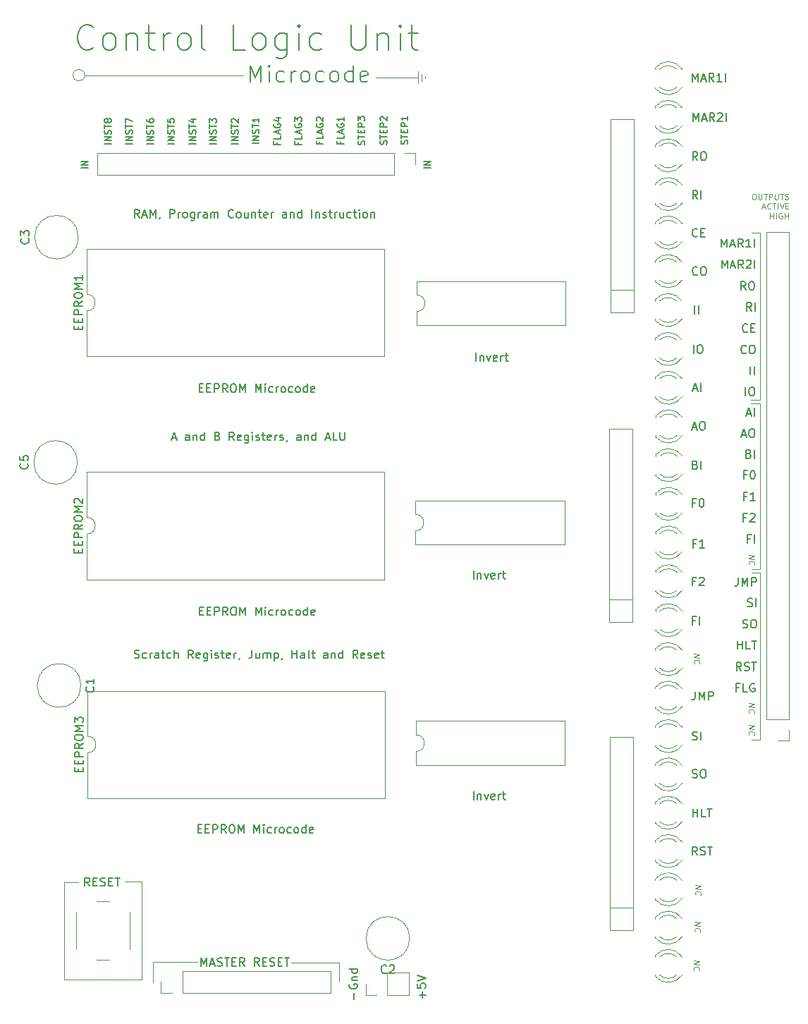
<source format=gbr>
%TF.GenerationSoftware,KiCad,Pcbnew,(5.1.9-0-10_14)*%
%TF.CreationDate,2021-04-22T20:40:29-04:00*%
%TF.ProjectId,CONTROL_LOGIC,434f4e54-524f-44c5-9f4c-4f4749432e6b,rev?*%
%TF.SameCoordinates,Original*%
%TF.FileFunction,Legend,Top*%
%TF.FilePolarity,Positive*%
%FSLAX46Y46*%
G04 Gerber Fmt 4.6, Leading zero omitted, Abs format (unit mm)*
G04 Created by KiCad (PCBNEW (5.1.9-0-10_14)) date 2021-04-22 20:40:29*
%MOMM*%
%LPD*%
G01*
G04 APERTURE LIST*
%ADD10C,0.150000*%
%ADD11C,0.120000*%
%ADD12C,0.100000*%
G04 APERTURE END LIST*
D10*
X105365504Y8496352D02*
X104565504Y8496352D01*
X105365504Y8877304D02*
X104565504Y8877304D01*
X105365504Y9334447D01*
X104565504Y9334447D01*
X146513504Y8496352D02*
X145713504Y8496352D01*
X146513504Y8877304D02*
X145713504Y8877304D01*
X146513504Y9334447D01*
X145713504Y9334447D01*
X108184904Y11417485D02*
X107384904Y11417485D01*
X108184904Y11798438D02*
X107384904Y11798438D01*
X108184904Y12255580D01*
X107384904Y12255580D01*
X108146809Y12598438D02*
X108184904Y12712723D01*
X108184904Y12903200D01*
X108146809Y12979390D01*
X108108714Y13017485D01*
X108032523Y13055580D01*
X107956333Y13055580D01*
X107880142Y13017485D01*
X107842047Y12979390D01*
X107803952Y12903200D01*
X107765857Y12750819D01*
X107727761Y12674628D01*
X107689666Y12636533D01*
X107613476Y12598438D01*
X107537285Y12598438D01*
X107461095Y12636533D01*
X107423000Y12674628D01*
X107384904Y12750819D01*
X107384904Y12941295D01*
X107423000Y13055580D01*
X107384904Y13284152D02*
X107384904Y13741295D01*
X108184904Y13512723D02*
X107384904Y13512723D01*
X107727761Y14122247D02*
X107689666Y14046057D01*
X107651571Y14007961D01*
X107575380Y13969866D01*
X107537285Y13969866D01*
X107461095Y14007961D01*
X107423000Y14046057D01*
X107384904Y14122247D01*
X107384904Y14274628D01*
X107423000Y14350819D01*
X107461095Y14388914D01*
X107537285Y14427009D01*
X107575380Y14427009D01*
X107651571Y14388914D01*
X107689666Y14350819D01*
X107727761Y14274628D01*
X107727761Y14122247D01*
X107765857Y14046057D01*
X107803952Y14007961D01*
X107880142Y13969866D01*
X108032523Y13969866D01*
X108108714Y14007961D01*
X108146809Y14046057D01*
X108184904Y14122247D01*
X108184904Y14274628D01*
X108146809Y14350819D01*
X108108714Y14388914D01*
X108032523Y14427009D01*
X107880142Y14427009D01*
X107803952Y14388914D01*
X107765857Y14350819D01*
X107727761Y14274628D01*
X110699504Y11442885D02*
X109899504Y11442885D01*
X110699504Y11823838D02*
X109899504Y11823838D01*
X110699504Y12280980D01*
X109899504Y12280980D01*
X110661409Y12623838D02*
X110699504Y12738123D01*
X110699504Y12928600D01*
X110661409Y13004790D01*
X110623314Y13042885D01*
X110547123Y13080980D01*
X110470933Y13080980D01*
X110394742Y13042885D01*
X110356647Y13004790D01*
X110318552Y12928600D01*
X110280457Y12776219D01*
X110242361Y12700028D01*
X110204266Y12661933D01*
X110128076Y12623838D01*
X110051885Y12623838D01*
X109975695Y12661933D01*
X109937600Y12700028D01*
X109899504Y12776219D01*
X109899504Y12966695D01*
X109937600Y13080980D01*
X109899504Y13309552D02*
X109899504Y13766695D01*
X110699504Y13538123D02*
X109899504Y13538123D01*
X109899504Y13957171D02*
X109899504Y14490504D01*
X110699504Y14147647D01*
X113264904Y11417485D02*
X112464904Y11417485D01*
X113264904Y11798438D02*
X112464904Y11798438D01*
X113264904Y12255580D01*
X112464904Y12255580D01*
X113226809Y12598438D02*
X113264904Y12712723D01*
X113264904Y12903200D01*
X113226809Y12979390D01*
X113188714Y13017485D01*
X113112523Y13055580D01*
X113036333Y13055580D01*
X112960142Y13017485D01*
X112922047Y12979390D01*
X112883952Y12903200D01*
X112845857Y12750819D01*
X112807761Y12674628D01*
X112769666Y12636533D01*
X112693476Y12598438D01*
X112617285Y12598438D01*
X112541095Y12636533D01*
X112503000Y12674628D01*
X112464904Y12750819D01*
X112464904Y12941295D01*
X112503000Y13055580D01*
X112464904Y13284152D02*
X112464904Y13741295D01*
X113264904Y13512723D02*
X112464904Y13512723D01*
X112464904Y14350819D02*
X112464904Y14198438D01*
X112503000Y14122247D01*
X112541095Y14084152D01*
X112655380Y14007961D01*
X112807761Y13969866D01*
X113112523Y13969866D01*
X113188714Y14007961D01*
X113226809Y14046057D01*
X113264904Y14122247D01*
X113264904Y14274628D01*
X113226809Y14350819D01*
X113188714Y14388914D01*
X113112523Y14427009D01*
X112922047Y14427009D01*
X112845857Y14388914D01*
X112807761Y14350819D01*
X112769666Y14274628D01*
X112769666Y14122247D01*
X112807761Y14046057D01*
X112845857Y14007961D01*
X112922047Y13969866D01*
X115754104Y11442885D02*
X114954104Y11442885D01*
X115754104Y11823838D02*
X114954104Y11823838D01*
X115754104Y12280980D01*
X114954104Y12280980D01*
X115716009Y12623838D02*
X115754104Y12738123D01*
X115754104Y12928600D01*
X115716009Y13004790D01*
X115677914Y13042885D01*
X115601723Y13080980D01*
X115525533Y13080980D01*
X115449342Y13042885D01*
X115411247Y13004790D01*
X115373152Y12928600D01*
X115335057Y12776219D01*
X115296961Y12700028D01*
X115258866Y12661933D01*
X115182676Y12623838D01*
X115106485Y12623838D01*
X115030295Y12661933D01*
X114992200Y12700028D01*
X114954104Y12776219D01*
X114954104Y12966695D01*
X114992200Y13080980D01*
X114954104Y13309552D02*
X114954104Y13766695D01*
X115754104Y13538123D02*
X114954104Y13538123D01*
X114954104Y14414314D02*
X114954104Y14033361D01*
X115335057Y13995266D01*
X115296961Y14033361D01*
X115258866Y14109552D01*
X115258866Y14300028D01*
X115296961Y14376219D01*
X115335057Y14414314D01*
X115411247Y14452409D01*
X115601723Y14452409D01*
X115677914Y14414314D01*
X115716009Y14376219D01*
X115754104Y14300028D01*
X115754104Y14109552D01*
X115716009Y14033361D01*
X115677914Y13995266D01*
X118319504Y11442885D02*
X117519504Y11442885D01*
X118319504Y11823838D02*
X117519504Y11823838D01*
X118319504Y12280980D01*
X117519504Y12280980D01*
X118281409Y12623838D02*
X118319504Y12738123D01*
X118319504Y12928600D01*
X118281409Y13004790D01*
X118243314Y13042885D01*
X118167123Y13080980D01*
X118090933Y13080980D01*
X118014742Y13042885D01*
X117976647Y13004790D01*
X117938552Y12928600D01*
X117900457Y12776219D01*
X117862361Y12700028D01*
X117824266Y12661933D01*
X117748076Y12623838D01*
X117671885Y12623838D01*
X117595695Y12661933D01*
X117557600Y12700028D01*
X117519504Y12776219D01*
X117519504Y12966695D01*
X117557600Y13080980D01*
X117519504Y13309552D02*
X117519504Y13766695D01*
X118319504Y13538123D02*
X117519504Y13538123D01*
X117786171Y14376219D02*
X118319504Y14376219D01*
X117481409Y14185742D02*
X118052838Y13995266D01*
X118052838Y14490504D01*
X120783304Y11442885D02*
X119983304Y11442885D01*
X120783304Y11823838D02*
X119983304Y11823838D01*
X120783304Y12280980D01*
X119983304Y12280980D01*
X120745209Y12623838D02*
X120783304Y12738123D01*
X120783304Y12928600D01*
X120745209Y13004790D01*
X120707114Y13042885D01*
X120630923Y13080980D01*
X120554733Y13080980D01*
X120478542Y13042885D01*
X120440447Y13004790D01*
X120402352Y12928600D01*
X120364257Y12776219D01*
X120326161Y12700028D01*
X120288066Y12661933D01*
X120211876Y12623838D01*
X120135685Y12623838D01*
X120059495Y12661933D01*
X120021400Y12700028D01*
X119983304Y12776219D01*
X119983304Y12966695D01*
X120021400Y13080980D01*
X119983304Y13309552D02*
X119983304Y13766695D01*
X120783304Y13538123D02*
X119983304Y13538123D01*
X119983304Y13957171D02*
X119983304Y14452409D01*
X120288066Y14185742D01*
X120288066Y14300028D01*
X120326161Y14376219D01*
X120364257Y14414314D01*
X120440447Y14452409D01*
X120630923Y14452409D01*
X120707114Y14414314D01*
X120745209Y14376219D01*
X120783304Y14300028D01*
X120783304Y14071457D01*
X120745209Y13995266D01*
X120707114Y13957171D01*
X123424904Y11442885D02*
X122624904Y11442885D01*
X123424904Y11823838D02*
X122624904Y11823838D01*
X123424904Y12280980D01*
X122624904Y12280980D01*
X123386809Y12623838D02*
X123424904Y12738123D01*
X123424904Y12928600D01*
X123386809Y13004790D01*
X123348714Y13042885D01*
X123272523Y13080980D01*
X123196333Y13080980D01*
X123120142Y13042885D01*
X123082047Y13004790D01*
X123043952Y12928600D01*
X123005857Y12776219D01*
X122967761Y12700028D01*
X122929666Y12661933D01*
X122853476Y12623838D01*
X122777285Y12623838D01*
X122701095Y12661933D01*
X122663000Y12700028D01*
X122624904Y12776219D01*
X122624904Y12966695D01*
X122663000Y13080980D01*
X122624904Y13309552D02*
X122624904Y13766695D01*
X123424904Y13538123D02*
X122624904Y13538123D01*
X122701095Y13995266D02*
X122663000Y14033361D01*
X122624904Y14109552D01*
X122624904Y14300028D01*
X122663000Y14376219D01*
X122701095Y14414314D01*
X122777285Y14452409D01*
X122853476Y14452409D01*
X122967761Y14414314D01*
X123424904Y13957171D01*
X123424904Y14452409D01*
X125914104Y11493685D02*
X125114104Y11493685D01*
X125914104Y11874638D02*
X125114104Y11874638D01*
X125914104Y12331780D01*
X125114104Y12331780D01*
X125876009Y12674638D02*
X125914104Y12788923D01*
X125914104Y12979400D01*
X125876009Y13055590D01*
X125837914Y13093685D01*
X125761723Y13131780D01*
X125685533Y13131780D01*
X125609342Y13093685D01*
X125571247Y13055590D01*
X125533152Y12979400D01*
X125495057Y12827019D01*
X125456961Y12750828D01*
X125418866Y12712733D01*
X125342676Y12674638D01*
X125266485Y12674638D01*
X125190295Y12712733D01*
X125152200Y12750828D01*
X125114104Y12827019D01*
X125114104Y13017495D01*
X125152200Y13131780D01*
X125114104Y13360352D02*
X125114104Y13817495D01*
X125914104Y13588923D02*
X125114104Y13588923D01*
X125914104Y14503209D02*
X125914104Y14046066D01*
X125914104Y14274638D02*
X125114104Y14274638D01*
X125228390Y14198447D01*
X125304580Y14122257D01*
X125342676Y14046066D01*
X128085857Y11620666D02*
X128085857Y11354000D01*
X128504904Y11354000D02*
X127704904Y11354000D01*
X127704904Y11734952D01*
X128504904Y12420666D02*
X128504904Y12039714D01*
X127704904Y12039714D01*
X128276333Y12649238D02*
X128276333Y13030190D01*
X128504904Y12573047D02*
X127704904Y12839714D01*
X128504904Y13106380D01*
X127743000Y13792095D02*
X127704904Y13715904D01*
X127704904Y13601619D01*
X127743000Y13487333D01*
X127819190Y13411142D01*
X127895380Y13373047D01*
X128047761Y13334952D01*
X128162047Y13334952D01*
X128314428Y13373047D01*
X128390619Y13411142D01*
X128466809Y13487333D01*
X128504904Y13601619D01*
X128504904Y13677809D01*
X128466809Y13792095D01*
X128428714Y13830190D01*
X128162047Y13830190D01*
X128162047Y13677809D01*
X127971571Y14515904D02*
X128504904Y14515904D01*
X127666809Y14325428D02*
X128238238Y14134952D01*
X128238238Y14630190D01*
X130600457Y11620666D02*
X130600457Y11354000D01*
X131019504Y11354000D02*
X130219504Y11354000D01*
X130219504Y11734952D01*
X131019504Y12420666D02*
X131019504Y12039714D01*
X130219504Y12039714D01*
X130790933Y12649238D02*
X130790933Y13030190D01*
X131019504Y12573047D02*
X130219504Y12839714D01*
X131019504Y13106380D01*
X130257600Y13792095D02*
X130219504Y13715904D01*
X130219504Y13601619D01*
X130257600Y13487333D01*
X130333790Y13411142D01*
X130409980Y13373047D01*
X130562361Y13334952D01*
X130676647Y13334952D01*
X130829028Y13373047D01*
X130905219Y13411142D01*
X130981409Y13487333D01*
X131019504Y13601619D01*
X131019504Y13677809D01*
X130981409Y13792095D01*
X130943314Y13830190D01*
X130676647Y13830190D01*
X130676647Y13677809D01*
X130219504Y14096857D02*
X130219504Y14592095D01*
X130524266Y14325428D01*
X130524266Y14439714D01*
X130562361Y14515904D01*
X130600457Y14554000D01*
X130676647Y14592095D01*
X130867123Y14592095D01*
X130943314Y14554000D01*
X130981409Y14515904D01*
X131019504Y14439714D01*
X131019504Y14211142D01*
X130981409Y14134952D01*
X130943314Y14096857D01*
X133191257Y11671466D02*
X133191257Y11404800D01*
X133610304Y11404800D02*
X132810304Y11404800D01*
X132810304Y11785752D01*
X133610304Y12471466D02*
X133610304Y12090514D01*
X132810304Y12090514D01*
X133381733Y12700038D02*
X133381733Y13080990D01*
X133610304Y12623847D02*
X132810304Y12890514D01*
X133610304Y13157180D01*
X132848400Y13842895D02*
X132810304Y13766704D01*
X132810304Y13652419D01*
X132848400Y13538133D01*
X132924590Y13461942D01*
X133000780Y13423847D01*
X133153161Y13385752D01*
X133267447Y13385752D01*
X133419828Y13423847D01*
X133496019Y13461942D01*
X133572209Y13538133D01*
X133610304Y13652419D01*
X133610304Y13728609D01*
X133572209Y13842895D01*
X133534114Y13880990D01*
X133267447Y13880990D01*
X133267447Y13728609D01*
X132886495Y14185752D02*
X132848400Y14223847D01*
X132810304Y14300038D01*
X132810304Y14490514D01*
X132848400Y14566704D01*
X132886495Y14604800D01*
X132962685Y14642895D01*
X133038876Y14642895D01*
X133153161Y14604800D01*
X133610304Y14147657D01*
X133610304Y14642895D01*
X135680457Y11671466D02*
X135680457Y11404800D01*
X136099504Y11404800D02*
X135299504Y11404800D01*
X135299504Y11785752D01*
X136099504Y12471466D02*
X136099504Y12090514D01*
X135299504Y12090514D01*
X135870933Y12700038D02*
X135870933Y13080990D01*
X136099504Y12623847D02*
X135299504Y12890514D01*
X136099504Y13157180D01*
X135337600Y13842895D02*
X135299504Y13766704D01*
X135299504Y13652419D01*
X135337600Y13538133D01*
X135413790Y13461942D01*
X135489980Y13423847D01*
X135642361Y13385752D01*
X135756647Y13385752D01*
X135909028Y13423847D01*
X135985219Y13461942D01*
X136061409Y13538133D01*
X136099504Y13652419D01*
X136099504Y13728609D01*
X136061409Y13842895D01*
X136023314Y13880990D01*
X135756647Y13880990D01*
X135756647Y13728609D01*
X136099504Y14642895D02*
X136099504Y14185752D01*
X136099504Y14414323D02*
X135299504Y14414323D01*
X135413790Y14338133D01*
X135489980Y14261942D01*
X135528076Y14185752D01*
X138576009Y11328609D02*
X138614104Y11442895D01*
X138614104Y11633371D01*
X138576009Y11709561D01*
X138537914Y11747657D01*
X138461723Y11785752D01*
X138385533Y11785752D01*
X138309342Y11747657D01*
X138271247Y11709561D01*
X138233152Y11633371D01*
X138195057Y11480990D01*
X138156961Y11404800D01*
X138118866Y11366704D01*
X138042676Y11328609D01*
X137966485Y11328609D01*
X137890295Y11366704D01*
X137852200Y11404800D01*
X137814104Y11480990D01*
X137814104Y11671466D01*
X137852200Y11785752D01*
X137814104Y12014323D02*
X137814104Y12471466D01*
X138614104Y12242895D02*
X137814104Y12242895D01*
X138195057Y12738133D02*
X138195057Y13004800D01*
X138614104Y13119085D02*
X138614104Y12738133D01*
X137814104Y12738133D01*
X137814104Y13119085D01*
X138614104Y13461942D02*
X137814104Y13461942D01*
X137814104Y13766704D01*
X137852200Y13842895D01*
X137890295Y13880990D01*
X137966485Y13919085D01*
X138080771Y13919085D01*
X138156961Y13880990D01*
X138195057Y13842895D01*
X138233152Y13766704D01*
X138233152Y13461942D01*
X137814104Y14185752D02*
X137814104Y14680990D01*
X138118866Y14414323D01*
X138118866Y14528609D01*
X138156961Y14604800D01*
X138195057Y14642895D01*
X138271247Y14680990D01*
X138461723Y14680990D01*
X138537914Y14642895D01*
X138576009Y14604800D01*
X138614104Y14528609D01*
X138614104Y14300038D01*
X138576009Y14223847D01*
X138537914Y14185752D01*
X141217609Y11354009D02*
X141255704Y11468295D01*
X141255704Y11658771D01*
X141217609Y11734961D01*
X141179514Y11773057D01*
X141103323Y11811152D01*
X141027133Y11811152D01*
X140950942Y11773057D01*
X140912847Y11734961D01*
X140874752Y11658771D01*
X140836657Y11506390D01*
X140798561Y11430200D01*
X140760466Y11392104D01*
X140684276Y11354009D01*
X140608085Y11354009D01*
X140531895Y11392104D01*
X140493800Y11430200D01*
X140455704Y11506390D01*
X140455704Y11696866D01*
X140493800Y11811152D01*
X140455704Y12039723D02*
X140455704Y12496866D01*
X141255704Y12268295D02*
X140455704Y12268295D01*
X140836657Y12763533D02*
X140836657Y13030200D01*
X141255704Y13144485D02*
X141255704Y12763533D01*
X140455704Y12763533D01*
X140455704Y13144485D01*
X141255704Y13487342D02*
X140455704Y13487342D01*
X140455704Y13792104D01*
X140493800Y13868295D01*
X140531895Y13906390D01*
X140608085Y13944485D01*
X140722371Y13944485D01*
X140798561Y13906390D01*
X140836657Y13868295D01*
X140874752Y13792104D01*
X140874752Y13487342D01*
X140531895Y14249247D02*
X140493800Y14287342D01*
X140455704Y14363533D01*
X140455704Y14554009D01*
X140493800Y14630200D01*
X140531895Y14668295D01*
X140608085Y14706390D01*
X140684276Y14706390D01*
X140798561Y14668295D01*
X141255704Y14211152D01*
X141255704Y14706390D01*
X143732209Y11379409D02*
X143770304Y11493695D01*
X143770304Y11684171D01*
X143732209Y11760361D01*
X143694114Y11798457D01*
X143617923Y11836552D01*
X143541733Y11836552D01*
X143465542Y11798457D01*
X143427447Y11760361D01*
X143389352Y11684171D01*
X143351257Y11531790D01*
X143313161Y11455600D01*
X143275066Y11417504D01*
X143198876Y11379409D01*
X143122685Y11379409D01*
X143046495Y11417504D01*
X143008400Y11455600D01*
X142970304Y11531790D01*
X142970304Y11722266D01*
X143008400Y11836552D01*
X142970304Y12065123D02*
X142970304Y12522266D01*
X143770304Y12293695D02*
X142970304Y12293695D01*
X143351257Y12788933D02*
X143351257Y13055600D01*
X143770304Y13169885D02*
X143770304Y12788933D01*
X142970304Y12788933D01*
X142970304Y13169885D01*
X143770304Y13512742D02*
X142970304Y13512742D01*
X142970304Y13817504D01*
X143008400Y13893695D01*
X143046495Y13931790D01*
X143122685Y13969885D01*
X143236971Y13969885D01*
X143313161Y13931790D01*
X143351257Y13893695D01*
X143389352Y13817504D01*
X143389352Y13512742D01*
X143770304Y14731790D02*
X143770304Y14274647D01*
X143770304Y14503219D02*
X142970304Y14503219D01*
X143084590Y14427028D01*
X143160780Y14350838D01*
X143198876Y14274647D01*
D11*
X145872200Y19532600D02*
X145872200Y19278600D01*
X145465800Y19786600D02*
X145465800Y18973800D01*
X145059400Y19380200D02*
X145059400Y18694400D01*
X145059400Y19380200D02*
X145059400Y20116800D01*
X105003600Y19634200D02*
X124053600Y19634200D01*
X104993090Y19659600D02*
G75*
G03*
X104993090Y19659600I-700690J0D01*
G01*
X139928600Y19380200D02*
X145059400Y19380200D01*
X113157000Y-86791800D02*
X113157000Y-89281000D01*
X118541800Y-86791800D02*
X113157000Y-86791800D01*
X135509000Y-86842600D02*
X129794000Y-86842600D01*
X135509000Y-89204800D02*
X135509000Y-86842600D01*
X111836200Y-77165200D02*
X109804200Y-77165200D01*
X111836200Y-77393800D02*
X111836200Y-77165200D01*
X111836200Y-88925400D02*
X111836200Y-77393800D01*
X102514400Y-88925400D02*
X111836200Y-88925400D01*
X102514400Y-77190600D02*
X102514400Y-88925400D01*
X104216200Y-77190600D02*
X102514400Y-77190600D01*
D10*
X151685857Y-67305180D02*
X151685857Y-66305180D01*
X152162047Y-66638514D02*
X152162047Y-67305180D01*
X152162047Y-66733752D02*
X152209666Y-66686133D01*
X152304904Y-66638514D01*
X152447761Y-66638514D01*
X152543000Y-66686133D01*
X152590619Y-66781371D01*
X152590619Y-67305180D01*
X152971571Y-66638514D02*
X153209666Y-67305180D01*
X153447761Y-66638514D01*
X154209666Y-67257561D02*
X154114428Y-67305180D01*
X153923952Y-67305180D01*
X153828714Y-67257561D01*
X153781095Y-67162323D01*
X153781095Y-66781371D01*
X153828714Y-66686133D01*
X153923952Y-66638514D01*
X154114428Y-66638514D01*
X154209666Y-66686133D01*
X154257285Y-66781371D01*
X154257285Y-66876609D01*
X153781095Y-66971847D01*
X154685857Y-67305180D02*
X154685857Y-66638514D01*
X154685857Y-66828990D02*
X154733476Y-66733752D01*
X154781095Y-66686133D01*
X154876333Y-66638514D01*
X154971571Y-66638514D01*
X155162047Y-66638514D02*
X155543000Y-66638514D01*
X155304904Y-66305180D02*
X155304904Y-67162323D01*
X155352523Y-67257561D01*
X155447761Y-67305180D01*
X155543000Y-67305180D01*
X183557461Y-53827371D02*
X183224128Y-53827371D01*
X183224128Y-54351180D02*
X183224128Y-53351180D01*
X183700319Y-53351180D01*
X184557461Y-54351180D02*
X184081271Y-54351180D01*
X184081271Y-53351180D01*
X185414604Y-53398800D02*
X185319366Y-53351180D01*
X185176509Y-53351180D01*
X185033652Y-53398800D01*
X184938414Y-53494038D01*
X184890795Y-53589276D01*
X184843176Y-53779752D01*
X184843176Y-53922609D01*
X184890795Y-54113085D01*
X184938414Y-54208323D01*
X185033652Y-54303561D01*
X185176509Y-54351180D01*
X185271747Y-54351180D01*
X185414604Y-54303561D01*
X185462223Y-54255942D01*
X185462223Y-53922609D01*
X185271747Y-53922609D01*
D12*
X178092933Y-86629416D02*
X178792933Y-86716916D01*
X178092933Y-87029416D01*
X178792933Y-87116916D01*
X178159600Y-87771083D02*
X178126266Y-87733583D01*
X178092933Y-87629416D01*
X178092933Y-87562750D01*
X178126266Y-87466916D01*
X178192933Y-87408583D01*
X178259600Y-87383583D01*
X178392933Y-87366916D01*
X178492933Y-87379416D01*
X178626266Y-87429416D01*
X178692933Y-87471083D01*
X178759600Y-87546083D01*
X178792933Y-87650250D01*
X178792933Y-87716916D01*
X178759600Y-87812750D01*
X178726266Y-87841916D01*
X178219933Y-82006616D02*
X178919933Y-82094116D01*
X178219933Y-82406616D01*
X178919933Y-82494116D01*
X178286600Y-83148283D02*
X178253266Y-83110783D01*
X178219933Y-83006616D01*
X178219933Y-82939950D01*
X178253266Y-82844116D01*
X178319933Y-82785783D01*
X178386600Y-82760783D01*
X178519933Y-82744116D01*
X178619933Y-82756616D01*
X178753266Y-82806616D01*
X178819933Y-82848283D01*
X178886600Y-82923283D01*
X178919933Y-83027450D01*
X178919933Y-83094116D01*
X178886600Y-83189950D01*
X178853266Y-83219116D01*
D10*
X178033223Y14127219D02*
X178033223Y15127219D01*
X178366557Y14412933D01*
X178699890Y15127219D01*
X178699890Y14127219D01*
X179128461Y14412933D02*
X179604652Y14412933D01*
X179033223Y14127219D02*
X179366557Y15127219D01*
X179699890Y14127219D01*
X180604652Y14127219D02*
X180271319Y14603409D01*
X180033223Y14127219D02*
X180033223Y15127219D01*
X180414176Y15127219D01*
X180509414Y15079600D01*
X180557033Y15031980D01*
X180604652Y14936742D01*
X180604652Y14793885D01*
X180557033Y14698647D01*
X180509414Y14651028D01*
X180414176Y14603409D01*
X180033223Y14603409D01*
X180985604Y15031980D02*
X181033223Y15079600D01*
X181128461Y15127219D01*
X181366557Y15127219D01*
X181461795Y15079600D01*
X181509414Y15031980D01*
X181557033Y14936742D01*
X181557033Y14841504D01*
X181509414Y14698647D01*
X180937985Y14127219D01*
X181557033Y14127219D01*
X181985604Y14127219D02*
X181985604Y15127219D01*
X178093185Y-13711180D02*
X178093185Y-12711180D01*
X178759852Y-12711180D02*
X178950328Y-12711180D01*
X179045566Y-12758800D01*
X179140804Y-12854038D01*
X179188423Y-13044514D01*
X179188423Y-13377847D01*
X179140804Y-13568323D01*
X179045566Y-13663561D01*
X178950328Y-13711180D01*
X178759852Y-13711180D01*
X178664614Y-13663561D01*
X178569376Y-13568323D01*
X178521757Y-13377847D01*
X178521757Y-13044514D01*
X178569376Y-12854038D01*
X178664614Y-12758800D01*
X178759852Y-12711180D01*
X178585233Y4830819D02*
X178251900Y5307009D01*
X178013804Y4830819D02*
X178013804Y5830819D01*
X178394757Y5830819D01*
X178489995Y5783200D01*
X178537614Y5735580D01*
X178585233Y5640342D01*
X178585233Y5497485D01*
X178537614Y5402247D01*
X178489995Y5354628D01*
X178394757Y5307009D01*
X178013804Y5307009D01*
X179013804Y4830819D02*
X179013804Y5830819D01*
X178540938Y-73959980D02*
X178207604Y-73483790D01*
X177969509Y-73959980D02*
X177969509Y-72959980D01*
X178350461Y-72959980D01*
X178445700Y-73007600D01*
X178493319Y-73055219D01*
X178540938Y-73150457D01*
X178540938Y-73293314D01*
X178493319Y-73388552D01*
X178445700Y-73436171D01*
X178350461Y-73483790D01*
X177969509Y-73483790D01*
X178921890Y-73912361D02*
X179064747Y-73959980D01*
X179302842Y-73959980D01*
X179398080Y-73912361D01*
X179445700Y-73864742D01*
X179493319Y-73769504D01*
X179493319Y-73674266D01*
X179445700Y-73579028D01*
X179398080Y-73531409D01*
X179302842Y-73483790D01*
X179112366Y-73436171D01*
X179017128Y-73388552D01*
X178969509Y-73340933D01*
X178921890Y-73245695D01*
X178921890Y-73150457D01*
X178969509Y-73055219D01*
X179017128Y-73007600D01*
X179112366Y-72959980D01*
X179350461Y-72959980D01*
X179493319Y-73007600D01*
X179779033Y-72959980D02*
X180350461Y-72959980D01*
X180064747Y-73959980D02*
X180064747Y-72959980D01*
X178293347Y-54341780D02*
X178293347Y-55056066D01*
X178245728Y-55198923D01*
X178150490Y-55294161D01*
X178007633Y-55341780D01*
X177912395Y-55341780D01*
X178769538Y-55341780D02*
X178769538Y-54341780D01*
X179102871Y-55056066D01*
X179436204Y-54341780D01*
X179436204Y-55341780D01*
X179912395Y-55341780D02*
X179912395Y-54341780D01*
X180293347Y-54341780D01*
X180388585Y-54389400D01*
X180436204Y-54437019D01*
X180483823Y-54532257D01*
X180483823Y-54675114D01*
X180436204Y-54770352D01*
X180388585Y-54817971D01*
X180293347Y-54865590D01*
X179912395Y-54865590D01*
X178563061Y354057D02*
X178515442Y306438D01*
X178372585Y258819D01*
X178277347Y258819D01*
X178134490Y306438D01*
X178039252Y401676D01*
X177991633Y496914D01*
X177944014Y687390D01*
X177944014Y830247D01*
X177991633Y1020723D01*
X178039252Y1115961D01*
X178134490Y1211200D01*
X178277347Y1258819D01*
X178372585Y1258819D01*
X178515442Y1211200D01*
X178563061Y1163580D01*
X178991633Y782628D02*
X179324966Y782628D01*
X179467823Y258819D02*
X178991633Y258819D01*
X178991633Y1258819D01*
X179467823Y1258819D01*
X177963004Y-60120161D02*
X178105861Y-60167780D01*
X178343957Y-60167780D01*
X178439195Y-60120161D01*
X178486814Y-60072542D01*
X178534433Y-59977304D01*
X178534433Y-59882066D01*
X178486814Y-59786828D01*
X178439195Y-59739209D01*
X178343957Y-59691590D01*
X178153480Y-59643971D01*
X178058242Y-59596352D01*
X178010623Y-59548733D01*
X177963004Y-59453495D01*
X177963004Y-59358257D01*
X178010623Y-59263019D01*
X178058242Y-59215400D01*
X178153480Y-59167780D01*
X178391576Y-59167780D01*
X178534433Y-59215400D01*
X178963004Y-60167780D02*
X178963004Y-59167780D01*
X177957023Y18902419D02*
X177957023Y19902419D01*
X178290357Y19188133D01*
X178623690Y19902419D01*
X178623690Y18902419D01*
X179052261Y19188133D02*
X179528452Y19188133D01*
X178957023Y18902419D02*
X179290357Y19902419D01*
X179623690Y18902419D01*
X180528452Y18902419D02*
X180195119Y19378609D01*
X179957023Y18902419D02*
X179957023Y19902419D01*
X180337976Y19902419D01*
X180433214Y19854800D01*
X180480833Y19807180D01*
X180528452Y19711942D01*
X180528452Y19569085D01*
X180480833Y19473847D01*
X180433214Y19426228D01*
X180337976Y19378609D01*
X179957023Y19378609D01*
X181480833Y18902419D02*
X180909404Y18902419D01*
X181195119Y18902419D02*
X181195119Y19902419D01*
X181099880Y19759561D01*
X181004642Y19664323D01*
X180909404Y19616704D01*
X181909404Y18902419D02*
X181909404Y19902419D01*
X178312195Y-45826371D02*
X177978861Y-45826371D01*
X177978861Y-46350180D02*
X177978861Y-45350180D01*
X178455052Y-45350180D01*
X178836004Y-46350180D02*
X178836004Y-45350180D01*
X177975776Y-64641361D02*
X178118633Y-64688980D01*
X178356728Y-64688980D01*
X178451966Y-64641361D01*
X178499585Y-64593742D01*
X178547204Y-64498504D01*
X178547204Y-64403266D01*
X178499585Y-64308028D01*
X178451966Y-64260409D01*
X178356728Y-64212790D01*
X178166252Y-64165171D01*
X178071014Y-64117552D01*
X178023395Y-64069933D01*
X177975776Y-63974695D01*
X177975776Y-63879457D01*
X178023395Y-63784219D01*
X178071014Y-63736600D01*
X178166252Y-63688980D01*
X178404347Y-63688980D01*
X178547204Y-63736600D01*
X179166252Y-63688980D02*
X179356728Y-63688980D01*
X179451966Y-63736600D01*
X179547204Y-63831838D01*
X179594823Y-64022314D01*
X179594823Y-64355647D01*
X179547204Y-64546123D01*
X179451966Y-64641361D01*
X179356728Y-64688980D01*
X179166252Y-64688980D01*
X179071014Y-64641361D01*
X178975776Y-64546123D01*
X178928157Y-64355647D01*
X178928157Y-64022314D01*
X178975776Y-63831838D01*
X179071014Y-63736600D01*
X179166252Y-63688980D01*
X178293204Y-31653171D02*
X177959871Y-31653171D01*
X177959871Y-32176980D02*
X177959871Y-31176980D01*
X178436061Y-31176980D01*
X179007490Y-31176980D02*
X179102728Y-31176980D01*
X179197966Y-31224600D01*
X179245585Y-31272219D01*
X179293204Y-31367457D01*
X179340823Y-31557933D01*
X179340823Y-31796028D01*
X179293204Y-31986504D01*
X179245585Y-32081742D01*
X179197966Y-32129361D01*
X179102728Y-32176980D01*
X179007490Y-32176980D01*
X178912252Y-32129361D01*
X178864633Y-32081742D01*
X178817014Y-31986504D01*
X178769395Y-31796028D01*
X178769395Y-31557933D01*
X178817014Y-31367457D01*
X178864633Y-31272219D01*
X178912252Y-31224600D01*
X179007490Y-31176980D01*
X178296338Y-27131971D02*
X178439195Y-27179590D01*
X178486814Y-27227209D01*
X178534433Y-27322447D01*
X178534433Y-27465304D01*
X178486814Y-27560542D01*
X178439195Y-27608161D01*
X178343957Y-27655780D01*
X177963004Y-27655780D01*
X177963004Y-26655780D01*
X178296338Y-26655780D01*
X178391576Y-26703400D01*
X178439195Y-26751019D01*
X178486814Y-26846257D01*
X178486814Y-26941495D01*
X178439195Y-27036733D01*
X178391576Y-27084352D01*
X178296338Y-27131971D01*
X177963004Y-27131971D01*
X178963004Y-27655780D02*
X178963004Y-26655780D01*
X178207414Y-8986780D02*
X178207414Y-7986780D01*
X178683604Y-8986780D02*
X178683604Y-7986780D01*
X178318604Y-41101971D02*
X177985271Y-41101971D01*
X177985271Y-41625780D02*
X177985271Y-40625780D01*
X178461461Y-40625780D01*
X178794795Y-40721019D02*
X178842414Y-40673400D01*
X178937652Y-40625780D01*
X179175747Y-40625780D01*
X179270985Y-40673400D01*
X179318604Y-40721019D01*
X179366223Y-40816257D01*
X179366223Y-40911495D01*
X179318604Y-41054352D01*
X178747176Y-41625780D01*
X179366223Y-41625780D01*
X178344004Y-36555371D02*
X178010671Y-36555371D01*
X178010671Y-37079180D02*
X178010671Y-36079180D01*
X178486861Y-36079180D01*
X179391623Y-37079180D02*
X178820195Y-37079180D01*
X179105909Y-37079180D02*
X179105909Y-36079180D01*
X179010671Y-36222038D01*
X178915433Y-36317276D01*
X178820195Y-36364895D01*
X178013947Y-69387980D02*
X178013947Y-68387980D01*
X178013947Y-68864171D02*
X178585376Y-68864171D01*
X178585376Y-69387980D02*
X178585376Y-68387980D01*
X179537757Y-69387980D02*
X179061566Y-69387980D01*
X179061566Y-68387980D01*
X179728233Y-68387980D02*
X180299661Y-68387980D01*
X180013947Y-69387980D02*
X180013947Y-68387980D01*
X178058242Y-17997466D02*
X178534433Y-17997466D01*
X177963004Y-18283180D02*
X178296338Y-17283180D01*
X178629671Y-18283180D01*
X178963004Y-18283180D02*
X178963004Y-17283180D01*
X178572604Y-4243342D02*
X178524985Y-4290961D01*
X178382128Y-4338580D01*
X178286890Y-4338580D01*
X178144033Y-4290961D01*
X178048795Y-4195723D01*
X178001176Y-4100485D01*
X177953557Y-3910009D01*
X177953557Y-3767152D01*
X178001176Y-3576676D01*
X178048795Y-3481438D01*
X178144033Y-3386200D01*
X178286890Y-3338580D01*
X178382128Y-3338580D01*
X178524985Y-3386200D01*
X178572604Y-3433819D01*
X179191652Y-3338580D02*
X179382128Y-3338580D01*
X179477366Y-3386200D01*
X179572604Y-3481438D01*
X179620223Y-3671914D01*
X179620223Y-4005247D01*
X179572604Y-4195723D01*
X179477366Y-4290961D01*
X179382128Y-4338580D01*
X179191652Y-4338580D01*
X179096414Y-4290961D01*
X179001176Y-4195723D01*
X178953557Y-4005247D01*
X178953557Y-3671914D01*
X179001176Y-3481438D01*
X179096414Y-3386200D01*
X179191652Y-3338580D01*
X178572604Y9453619D02*
X178239271Y9929809D01*
X178001176Y9453619D02*
X178001176Y10453619D01*
X178382128Y10453619D01*
X178477366Y10406000D01*
X178524985Y10358380D01*
X178572604Y10263142D01*
X178572604Y10120285D01*
X178524985Y10025047D01*
X178477366Y9977428D01*
X178382128Y9929809D01*
X178001176Y9929809D01*
X179191652Y10453619D02*
X179382128Y10453619D01*
X179477366Y10406000D01*
X179572604Y10310761D01*
X179620223Y10120285D01*
X179620223Y9786952D01*
X179572604Y9596476D01*
X179477366Y9501238D01*
X179382128Y9453619D01*
X179191652Y9453619D01*
X179096414Y9501238D01*
X179001176Y9596476D01*
X178953557Y9786952D01*
X178953557Y10120285D01*
X179001176Y10310761D01*
X179096414Y10406000D01*
X179191652Y10453619D01*
X177969414Y-22645666D02*
X178445604Y-22645666D01*
X177874176Y-22931380D02*
X178207509Y-21931380D01*
X178540842Y-22931380D01*
X179064652Y-21931380D02*
X179255128Y-21931380D01*
X179350366Y-21979000D01*
X179445604Y-22074238D01*
X179493223Y-22264714D01*
X179493223Y-22598047D01*
X179445604Y-22788523D01*
X179350366Y-22883761D01*
X179255128Y-22931380D01*
X179064652Y-22931380D01*
X178969414Y-22883761D01*
X178874176Y-22788523D01*
X178826557Y-22598047D01*
X178826557Y-22264714D01*
X178874176Y-22074238D01*
X178969414Y-21979000D01*
X179064652Y-21931380D01*
D12*
X178296133Y-77561616D02*
X178996133Y-77649116D01*
X178296133Y-77961616D01*
X178996133Y-78049116D01*
X178362800Y-78703283D02*
X178329466Y-78665783D01*
X178296133Y-78561616D01*
X178296133Y-78494950D01*
X178329466Y-78399116D01*
X178396133Y-78340783D01*
X178462800Y-78315783D01*
X178596133Y-78299116D01*
X178696133Y-78311616D01*
X178829466Y-78361616D01*
X178896133Y-78403283D01*
X178962800Y-78478283D01*
X178996133Y-78582450D01*
X178996133Y-78649116D01*
X178962800Y-78744950D01*
X178929466Y-78774116D01*
X178143733Y-49799416D02*
X178843733Y-49886916D01*
X178143733Y-50199416D01*
X178843733Y-50286916D01*
X178210400Y-50941083D02*
X178177066Y-50903583D01*
X178143733Y-50799416D01*
X178143733Y-50732750D01*
X178177066Y-50636916D01*
X178243733Y-50578583D01*
X178310400Y-50553583D01*
X178443733Y-50536916D01*
X178543733Y-50549416D01*
X178677066Y-50599416D01*
X178743733Y-50641083D01*
X178810400Y-50716083D01*
X178843733Y-50820250D01*
X178843733Y-50886916D01*
X178810400Y-50982750D01*
X178777066Y-51011916D01*
D10*
X118749038Y-17886371D02*
X119082371Y-17886371D01*
X119225228Y-18410180D02*
X118749038Y-18410180D01*
X118749038Y-17410180D01*
X119225228Y-17410180D01*
X119653800Y-17886371D02*
X119987133Y-17886371D01*
X120129990Y-18410180D02*
X119653800Y-18410180D01*
X119653800Y-17410180D01*
X120129990Y-17410180D01*
X120558561Y-18410180D02*
X120558561Y-17410180D01*
X120939514Y-17410180D01*
X121034752Y-17457800D01*
X121082371Y-17505419D01*
X121129990Y-17600657D01*
X121129990Y-17743514D01*
X121082371Y-17838752D01*
X121034752Y-17886371D01*
X120939514Y-17933990D01*
X120558561Y-17933990D01*
X122129990Y-18410180D02*
X121796657Y-17933990D01*
X121558561Y-18410180D02*
X121558561Y-17410180D01*
X121939514Y-17410180D01*
X122034752Y-17457800D01*
X122082371Y-17505419D01*
X122129990Y-17600657D01*
X122129990Y-17743514D01*
X122082371Y-17838752D01*
X122034752Y-17886371D01*
X121939514Y-17933990D01*
X121558561Y-17933990D01*
X122749038Y-17410180D02*
X122939514Y-17410180D01*
X123034752Y-17457800D01*
X123129990Y-17553038D01*
X123177609Y-17743514D01*
X123177609Y-18076847D01*
X123129990Y-18267323D01*
X123034752Y-18362561D01*
X122939514Y-18410180D01*
X122749038Y-18410180D01*
X122653800Y-18362561D01*
X122558561Y-18267323D01*
X122510942Y-18076847D01*
X122510942Y-17743514D01*
X122558561Y-17553038D01*
X122653800Y-17457800D01*
X122749038Y-17410180D01*
X123606180Y-18410180D02*
X123606180Y-17410180D01*
X123939514Y-18124466D01*
X124272847Y-17410180D01*
X124272847Y-18410180D01*
X125510942Y-18410180D02*
X125510942Y-17410180D01*
X125844276Y-18124466D01*
X126177609Y-17410180D01*
X126177609Y-18410180D01*
X126653800Y-18410180D02*
X126653800Y-17743514D01*
X126653800Y-17410180D02*
X126606180Y-17457800D01*
X126653800Y-17505419D01*
X126701419Y-17457800D01*
X126653800Y-17410180D01*
X126653800Y-17505419D01*
X127558561Y-18362561D02*
X127463323Y-18410180D01*
X127272847Y-18410180D01*
X127177609Y-18362561D01*
X127129990Y-18314942D01*
X127082371Y-18219704D01*
X127082371Y-17933990D01*
X127129990Y-17838752D01*
X127177609Y-17791133D01*
X127272847Y-17743514D01*
X127463323Y-17743514D01*
X127558561Y-17791133D01*
X127987133Y-18410180D02*
X127987133Y-17743514D01*
X127987133Y-17933990D02*
X128034752Y-17838752D01*
X128082371Y-17791133D01*
X128177609Y-17743514D01*
X128272847Y-17743514D01*
X128749038Y-18410180D02*
X128653800Y-18362561D01*
X128606180Y-18314942D01*
X128558561Y-18219704D01*
X128558561Y-17933990D01*
X128606180Y-17838752D01*
X128653800Y-17791133D01*
X128749038Y-17743514D01*
X128891895Y-17743514D01*
X128987133Y-17791133D01*
X129034752Y-17838752D01*
X129082371Y-17933990D01*
X129082371Y-18219704D01*
X129034752Y-18314942D01*
X128987133Y-18362561D01*
X128891895Y-18410180D01*
X128749038Y-18410180D01*
X129939514Y-18362561D02*
X129844276Y-18410180D01*
X129653800Y-18410180D01*
X129558561Y-18362561D01*
X129510942Y-18314942D01*
X129463323Y-18219704D01*
X129463323Y-17933990D01*
X129510942Y-17838752D01*
X129558561Y-17791133D01*
X129653800Y-17743514D01*
X129844276Y-17743514D01*
X129939514Y-17791133D01*
X130510942Y-18410180D02*
X130415704Y-18362561D01*
X130368085Y-18314942D01*
X130320466Y-18219704D01*
X130320466Y-17933990D01*
X130368085Y-17838752D01*
X130415704Y-17791133D01*
X130510942Y-17743514D01*
X130653800Y-17743514D01*
X130749038Y-17791133D01*
X130796657Y-17838752D01*
X130844276Y-17933990D01*
X130844276Y-18219704D01*
X130796657Y-18314942D01*
X130749038Y-18362561D01*
X130653800Y-18410180D01*
X130510942Y-18410180D01*
X131701419Y-18410180D02*
X131701419Y-17410180D01*
X131701419Y-18362561D02*
X131606180Y-18410180D01*
X131415704Y-18410180D01*
X131320466Y-18362561D01*
X131272847Y-18314942D01*
X131225228Y-18219704D01*
X131225228Y-17933990D01*
X131272847Y-17838752D01*
X131320466Y-17791133D01*
X131415704Y-17743514D01*
X131606180Y-17743514D01*
X131701419Y-17791133D01*
X132558561Y-18362561D02*
X132463323Y-18410180D01*
X132272847Y-18410180D01*
X132177609Y-18362561D01*
X132129990Y-18267323D01*
X132129990Y-17886371D01*
X132177609Y-17791133D01*
X132272847Y-17743514D01*
X132463323Y-17743514D01*
X132558561Y-17791133D01*
X132606180Y-17886371D01*
X132606180Y-17981609D01*
X132129990Y-18076847D01*
X118774438Y-44657971D02*
X119107771Y-44657971D01*
X119250628Y-45181780D02*
X118774438Y-45181780D01*
X118774438Y-44181780D01*
X119250628Y-44181780D01*
X119679200Y-44657971D02*
X120012533Y-44657971D01*
X120155390Y-45181780D02*
X119679200Y-45181780D01*
X119679200Y-44181780D01*
X120155390Y-44181780D01*
X120583961Y-45181780D02*
X120583961Y-44181780D01*
X120964914Y-44181780D01*
X121060152Y-44229400D01*
X121107771Y-44277019D01*
X121155390Y-44372257D01*
X121155390Y-44515114D01*
X121107771Y-44610352D01*
X121060152Y-44657971D01*
X120964914Y-44705590D01*
X120583961Y-44705590D01*
X122155390Y-45181780D02*
X121822057Y-44705590D01*
X121583961Y-45181780D02*
X121583961Y-44181780D01*
X121964914Y-44181780D01*
X122060152Y-44229400D01*
X122107771Y-44277019D01*
X122155390Y-44372257D01*
X122155390Y-44515114D01*
X122107771Y-44610352D01*
X122060152Y-44657971D01*
X121964914Y-44705590D01*
X121583961Y-44705590D01*
X122774438Y-44181780D02*
X122964914Y-44181780D01*
X123060152Y-44229400D01*
X123155390Y-44324638D01*
X123203009Y-44515114D01*
X123203009Y-44848447D01*
X123155390Y-45038923D01*
X123060152Y-45134161D01*
X122964914Y-45181780D01*
X122774438Y-45181780D01*
X122679200Y-45134161D01*
X122583961Y-45038923D01*
X122536342Y-44848447D01*
X122536342Y-44515114D01*
X122583961Y-44324638D01*
X122679200Y-44229400D01*
X122774438Y-44181780D01*
X123631580Y-45181780D02*
X123631580Y-44181780D01*
X123964914Y-44896066D01*
X124298247Y-44181780D01*
X124298247Y-45181780D01*
X125536342Y-45181780D02*
X125536342Y-44181780D01*
X125869676Y-44896066D01*
X126203009Y-44181780D01*
X126203009Y-45181780D01*
X126679200Y-45181780D02*
X126679200Y-44515114D01*
X126679200Y-44181780D02*
X126631580Y-44229400D01*
X126679200Y-44277019D01*
X126726819Y-44229400D01*
X126679200Y-44181780D01*
X126679200Y-44277019D01*
X127583961Y-45134161D02*
X127488723Y-45181780D01*
X127298247Y-45181780D01*
X127203009Y-45134161D01*
X127155390Y-45086542D01*
X127107771Y-44991304D01*
X127107771Y-44705590D01*
X127155390Y-44610352D01*
X127203009Y-44562733D01*
X127298247Y-44515114D01*
X127488723Y-44515114D01*
X127583961Y-44562733D01*
X128012533Y-45181780D02*
X128012533Y-44515114D01*
X128012533Y-44705590D02*
X128060152Y-44610352D01*
X128107771Y-44562733D01*
X128203009Y-44515114D01*
X128298247Y-44515114D01*
X128774438Y-45181780D02*
X128679200Y-45134161D01*
X128631580Y-45086542D01*
X128583961Y-44991304D01*
X128583961Y-44705590D01*
X128631580Y-44610352D01*
X128679200Y-44562733D01*
X128774438Y-44515114D01*
X128917295Y-44515114D01*
X129012533Y-44562733D01*
X129060152Y-44610352D01*
X129107771Y-44705590D01*
X129107771Y-44991304D01*
X129060152Y-45086542D01*
X129012533Y-45134161D01*
X128917295Y-45181780D01*
X128774438Y-45181780D01*
X129964914Y-45134161D02*
X129869676Y-45181780D01*
X129679200Y-45181780D01*
X129583961Y-45134161D01*
X129536342Y-45086542D01*
X129488723Y-44991304D01*
X129488723Y-44705590D01*
X129536342Y-44610352D01*
X129583961Y-44562733D01*
X129679200Y-44515114D01*
X129869676Y-44515114D01*
X129964914Y-44562733D01*
X130536342Y-45181780D02*
X130441104Y-45134161D01*
X130393485Y-45086542D01*
X130345866Y-44991304D01*
X130345866Y-44705590D01*
X130393485Y-44610352D01*
X130441104Y-44562733D01*
X130536342Y-44515114D01*
X130679200Y-44515114D01*
X130774438Y-44562733D01*
X130822057Y-44610352D01*
X130869676Y-44705590D01*
X130869676Y-44991304D01*
X130822057Y-45086542D01*
X130774438Y-45134161D01*
X130679200Y-45181780D01*
X130536342Y-45181780D01*
X131726819Y-45181780D02*
X131726819Y-44181780D01*
X131726819Y-45134161D02*
X131631580Y-45181780D01*
X131441104Y-45181780D01*
X131345866Y-45134161D01*
X131298247Y-45086542D01*
X131250628Y-44991304D01*
X131250628Y-44705590D01*
X131298247Y-44610352D01*
X131345866Y-44562733D01*
X131441104Y-44515114D01*
X131631580Y-44515114D01*
X131726819Y-44562733D01*
X132583961Y-45134161D02*
X132488723Y-45181780D01*
X132298247Y-45181780D01*
X132203009Y-45134161D01*
X132155390Y-45038923D01*
X132155390Y-44657971D01*
X132203009Y-44562733D01*
X132298247Y-44515114D01*
X132488723Y-44515114D01*
X132583961Y-44562733D01*
X132631580Y-44657971D01*
X132631580Y-44753209D01*
X132155390Y-44848447D01*
X118571238Y-70794571D02*
X118904571Y-70794571D01*
X119047428Y-71318380D02*
X118571238Y-71318380D01*
X118571238Y-70318380D01*
X119047428Y-70318380D01*
X119476000Y-70794571D02*
X119809333Y-70794571D01*
X119952190Y-71318380D02*
X119476000Y-71318380D01*
X119476000Y-70318380D01*
X119952190Y-70318380D01*
X120380761Y-71318380D02*
X120380761Y-70318380D01*
X120761714Y-70318380D01*
X120856952Y-70366000D01*
X120904571Y-70413619D01*
X120952190Y-70508857D01*
X120952190Y-70651714D01*
X120904571Y-70746952D01*
X120856952Y-70794571D01*
X120761714Y-70842190D01*
X120380761Y-70842190D01*
X121952190Y-71318380D02*
X121618857Y-70842190D01*
X121380761Y-71318380D02*
X121380761Y-70318380D01*
X121761714Y-70318380D01*
X121856952Y-70366000D01*
X121904571Y-70413619D01*
X121952190Y-70508857D01*
X121952190Y-70651714D01*
X121904571Y-70746952D01*
X121856952Y-70794571D01*
X121761714Y-70842190D01*
X121380761Y-70842190D01*
X122571238Y-70318380D02*
X122761714Y-70318380D01*
X122856952Y-70366000D01*
X122952190Y-70461238D01*
X122999809Y-70651714D01*
X122999809Y-70985047D01*
X122952190Y-71175523D01*
X122856952Y-71270761D01*
X122761714Y-71318380D01*
X122571238Y-71318380D01*
X122476000Y-71270761D01*
X122380761Y-71175523D01*
X122333142Y-70985047D01*
X122333142Y-70651714D01*
X122380761Y-70461238D01*
X122476000Y-70366000D01*
X122571238Y-70318380D01*
X123428380Y-71318380D02*
X123428380Y-70318380D01*
X123761714Y-71032666D01*
X124095047Y-70318380D01*
X124095047Y-71318380D01*
X125333142Y-71318380D02*
X125333142Y-70318380D01*
X125666476Y-71032666D01*
X125999809Y-70318380D01*
X125999809Y-71318380D01*
X126476000Y-71318380D02*
X126476000Y-70651714D01*
X126476000Y-70318380D02*
X126428380Y-70366000D01*
X126476000Y-70413619D01*
X126523619Y-70366000D01*
X126476000Y-70318380D01*
X126476000Y-70413619D01*
X127380761Y-71270761D02*
X127285523Y-71318380D01*
X127095047Y-71318380D01*
X126999809Y-71270761D01*
X126952190Y-71223142D01*
X126904571Y-71127904D01*
X126904571Y-70842190D01*
X126952190Y-70746952D01*
X126999809Y-70699333D01*
X127095047Y-70651714D01*
X127285523Y-70651714D01*
X127380761Y-70699333D01*
X127809333Y-71318380D02*
X127809333Y-70651714D01*
X127809333Y-70842190D02*
X127856952Y-70746952D01*
X127904571Y-70699333D01*
X127999809Y-70651714D01*
X128095047Y-70651714D01*
X128571238Y-71318380D02*
X128476000Y-71270761D01*
X128428380Y-71223142D01*
X128380761Y-71127904D01*
X128380761Y-70842190D01*
X128428380Y-70746952D01*
X128476000Y-70699333D01*
X128571238Y-70651714D01*
X128714095Y-70651714D01*
X128809333Y-70699333D01*
X128856952Y-70746952D01*
X128904571Y-70842190D01*
X128904571Y-71127904D01*
X128856952Y-71223142D01*
X128809333Y-71270761D01*
X128714095Y-71318380D01*
X128571238Y-71318380D01*
X129761714Y-71270761D02*
X129666476Y-71318380D01*
X129476000Y-71318380D01*
X129380761Y-71270761D01*
X129333142Y-71223142D01*
X129285523Y-71127904D01*
X129285523Y-70842190D01*
X129333142Y-70746952D01*
X129380761Y-70699333D01*
X129476000Y-70651714D01*
X129666476Y-70651714D01*
X129761714Y-70699333D01*
X130333142Y-71318380D02*
X130237904Y-71270761D01*
X130190285Y-71223142D01*
X130142666Y-71127904D01*
X130142666Y-70842190D01*
X130190285Y-70746952D01*
X130237904Y-70699333D01*
X130333142Y-70651714D01*
X130476000Y-70651714D01*
X130571238Y-70699333D01*
X130618857Y-70746952D01*
X130666476Y-70842190D01*
X130666476Y-71127904D01*
X130618857Y-71223142D01*
X130571238Y-71270761D01*
X130476000Y-71318380D01*
X130333142Y-71318380D01*
X131523619Y-71318380D02*
X131523619Y-70318380D01*
X131523619Y-71270761D02*
X131428380Y-71318380D01*
X131237904Y-71318380D01*
X131142666Y-71270761D01*
X131095047Y-71223142D01*
X131047428Y-71127904D01*
X131047428Y-70842190D01*
X131095047Y-70746952D01*
X131142666Y-70699333D01*
X131237904Y-70651714D01*
X131428380Y-70651714D01*
X131523619Y-70699333D01*
X132380761Y-71270761D02*
X132285523Y-71318380D01*
X132095047Y-71318380D01*
X131999809Y-71270761D01*
X131952190Y-71175523D01*
X131952190Y-70794571D01*
X131999809Y-70699333D01*
X132095047Y-70651714D01*
X132285523Y-70651714D01*
X132380761Y-70699333D01*
X132428380Y-70794571D01*
X132428380Y-70889809D01*
X131952190Y-70985047D01*
X124829180Y18831038D02*
X124829180Y20831038D01*
X125495847Y19402466D01*
X126162514Y20831038D01*
X126162514Y18831038D01*
X127114895Y18831038D02*
X127114895Y20164371D01*
X127114895Y20831038D02*
X127019657Y20735800D01*
X127114895Y20640561D01*
X127210133Y20735800D01*
X127114895Y20831038D01*
X127114895Y20640561D01*
X128924419Y18926276D02*
X128733942Y18831038D01*
X128352990Y18831038D01*
X128162514Y18926276D01*
X128067276Y19021514D01*
X127972038Y19211990D01*
X127972038Y19783419D01*
X128067276Y19973895D01*
X128162514Y20069133D01*
X128352990Y20164371D01*
X128733942Y20164371D01*
X128924419Y20069133D01*
X129781561Y18831038D02*
X129781561Y20164371D01*
X129781561Y19783419D02*
X129876800Y19973895D01*
X129972038Y20069133D01*
X130162514Y20164371D01*
X130352990Y20164371D01*
X131305371Y18831038D02*
X131114895Y18926276D01*
X131019657Y19021514D01*
X130924419Y19211990D01*
X130924419Y19783419D01*
X131019657Y19973895D01*
X131114895Y20069133D01*
X131305371Y20164371D01*
X131591085Y20164371D01*
X131781561Y20069133D01*
X131876800Y19973895D01*
X131972038Y19783419D01*
X131972038Y19211990D01*
X131876800Y19021514D01*
X131781561Y18926276D01*
X131591085Y18831038D01*
X131305371Y18831038D01*
X133686323Y18926276D02*
X133495847Y18831038D01*
X133114895Y18831038D01*
X132924419Y18926276D01*
X132829180Y19021514D01*
X132733942Y19211990D01*
X132733942Y19783419D01*
X132829180Y19973895D01*
X132924419Y20069133D01*
X133114895Y20164371D01*
X133495847Y20164371D01*
X133686323Y20069133D01*
X134829180Y18831038D02*
X134638704Y18926276D01*
X134543466Y19021514D01*
X134448228Y19211990D01*
X134448228Y19783419D01*
X134543466Y19973895D01*
X134638704Y20069133D01*
X134829180Y20164371D01*
X135114895Y20164371D01*
X135305371Y20069133D01*
X135400609Y19973895D01*
X135495847Y19783419D01*
X135495847Y19211990D01*
X135400609Y19021514D01*
X135305371Y18926276D01*
X135114895Y18831038D01*
X134829180Y18831038D01*
X137210133Y18831038D02*
X137210133Y20831038D01*
X137210133Y18926276D02*
X137019657Y18831038D01*
X136638704Y18831038D01*
X136448228Y18926276D01*
X136352990Y19021514D01*
X136257752Y19211990D01*
X136257752Y19783419D01*
X136352990Y19973895D01*
X136448228Y20069133D01*
X136638704Y20164371D01*
X137019657Y20164371D01*
X137210133Y20069133D01*
X138924419Y18926276D02*
X138733942Y18831038D01*
X138352990Y18831038D01*
X138162514Y18926276D01*
X138067276Y19116752D01*
X138067276Y19878657D01*
X138162514Y20069133D01*
X138352990Y20164371D01*
X138733942Y20164371D01*
X138924419Y20069133D01*
X139019657Y19878657D01*
X139019657Y19688180D01*
X138067276Y19497704D01*
X106006028Y22982371D02*
X105863171Y22839514D01*
X105434599Y22696657D01*
X105148885Y22696657D01*
X104720314Y22839514D01*
X104434599Y23125228D01*
X104291742Y23410942D01*
X104148885Y23982371D01*
X104148885Y24410942D01*
X104291742Y24982371D01*
X104434599Y25268085D01*
X104720314Y25553800D01*
X105148885Y25696657D01*
X105434599Y25696657D01*
X105863171Y25553800D01*
X106006028Y25410942D01*
X107720314Y22696657D02*
X107434599Y22839514D01*
X107291742Y22982371D01*
X107148885Y23268085D01*
X107148885Y24125228D01*
X107291742Y24410942D01*
X107434599Y24553800D01*
X107720314Y24696657D01*
X108148885Y24696657D01*
X108434599Y24553800D01*
X108577457Y24410942D01*
X108720314Y24125228D01*
X108720314Y23268085D01*
X108577457Y22982371D01*
X108434599Y22839514D01*
X108148885Y22696657D01*
X107720314Y22696657D01*
X110006028Y24696657D02*
X110006028Y22696657D01*
X110006028Y24410942D02*
X110148885Y24553800D01*
X110434599Y24696657D01*
X110863171Y24696657D01*
X111148885Y24553800D01*
X111291742Y24268085D01*
X111291742Y22696657D01*
X112291742Y24696657D02*
X113434600Y24696657D01*
X112720314Y25696657D02*
X112720314Y23125228D01*
X112863171Y22839514D01*
X113148885Y22696657D01*
X113434600Y22696657D01*
X114434600Y22696657D02*
X114434600Y24696657D01*
X114434600Y24125228D02*
X114577457Y24410942D01*
X114720314Y24553800D01*
X115006028Y24696657D01*
X115291742Y24696657D01*
X116720314Y22696657D02*
X116434599Y22839514D01*
X116291742Y22982371D01*
X116148885Y23268085D01*
X116148885Y24125228D01*
X116291742Y24410942D01*
X116434599Y24553800D01*
X116720314Y24696657D01*
X117148885Y24696657D01*
X117434600Y24553800D01*
X117577457Y24410942D01*
X117720314Y24125228D01*
X117720314Y23268085D01*
X117577457Y22982371D01*
X117434600Y22839514D01*
X117148885Y22696657D01*
X116720314Y22696657D01*
X119434600Y22696657D02*
X119148885Y22839514D01*
X119006028Y23125228D01*
X119006028Y25696657D01*
X124291742Y22696657D02*
X122863171Y22696657D01*
X122863171Y25696657D01*
X125720314Y22696657D02*
X125434600Y22839514D01*
X125291742Y22982371D01*
X125148885Y23268085D01*
X125148885Y24125228D01*
X125291742Y24410942D01*
X125434600Y24553800D01*
X125720314Y24696657D01*
X126148885Y24696657D01*
X126434600Y24553800D01*
X126577457Y24410942D01*
X126720314Y24125228D01*
X126720314Y23268085D01*
X126577457Y22982371D01*
X126434600Y22839514D01*
X126148885Y22696657D01*
X125720314Y22696657D01*
X129291742Y24696657D02*
X129291742Y22268085D01*
X129148885Y21982371D01*
X129006028Y21839514D01*
X128720314Y21696657D01*
X128291742Y21696657D01*
X128006028Y21839514D01*
X129291742Y22839514D02*
X129006028Y22696657D01*
X128434599Y22696657D01*
X128148885Y22839514D01*
X128006028Y22982371D01*
X127863171Y23268085D01*
X127863171Y24125228D01*
X128006028Y24410942D01*
X128148885Y24553800D01*
X128434599Y24696657D01*
X129006028Y24696657D01*
X129291742Y24553800D01*
X130720314Y22696657D02*
X130720314Y24696657D01*
X130720314Y25696657D02*
X130577457Y25553800D01*
X130720314Y25410942D01*
X130863171Y25553800D01*
X130720314Y25696657D01*
X130720314Y25410942D01*
X133434599Y22839514D02*
X133148885Y22696657D01*
X132577457Y22696657D01*
X132291742Y22839514D01*
X132148885Y22982371D01*
X132006028Y23268085D01*
X132006028Y24125228D01*
X132148885Y24410942D01*
X132291742Y24553800D01*
X132577457Y24696657D01*
X133148885Y24696657D01*
X133434599Y24553800D01*
X137006028Y25696657D02*
X137006028Y23268085D01*
X137148885Y22982371D01*
X137291742Y22839514D01*
X137577457Y22696657D01*
X138148885Y22696657D01*
X138434600Y22839514D01*
X138577457Y22982371D01*
X138720314Y23268085D01*
X138720314Y25696657D01*
X140148885Y24696657D02*
X140148885Y22696657D01*
X140148885Y24410942D02*
X140291742Y24553800D01*
X140577457Y24696657D01*
X141006028Y24696657D01*
X141291742Y24553800D01*
X141434600Y24268085D01*
X141434600Y22696657D01*
X142863171Y22696657D02*
X142863171Y24696657D01*
X142863171Y25696657D02*
X142720314Y25553800D01*
X142863171Y25410942D01*
X143006028Y25553800D01*
X142863171Y25696657D01*
X142863171Y25410942D01*
X143863171Y24696657D02*
X145006028Y24696657D01*
X144291742Y25696657D02*
X144291742Y23125228D01*
X144434600Y22839514D01*
X144720314Y22696657D01*
X145006028Y22696657D01*
X137358428Y-91244514D02*
X137358428Y-90482609D01*
X136787000Y-89482609D02*
X136739380Y-89577847D01*
X136739380Y-89720704D01*
X136787000Y-89863561D01*
X136882238Y-89958800D01*
X136977476Y-90006419D01*
X137167952Y-90054038D01*
X137310809Y-90054038D01*
X137501285Y-90006419D01*
X137596523Y-89958800D01*
X137691761Y-89863561D01*
X137739380Y-89720704D01*
X137739380Y-89625466D01*
X137691761Y-89482609D01*
X137644142Y-89434990D01*
X137310809Y-89434990D01*
X137310809Y-89625466D01*
X137072714Y-89006419D02*
X137739380Y-89006419D01*
X137167952Y-89006419D02*
X137120333Y-88958800D01*
X137072714Y-88863561D01*
X137072714Y-88720704D01*
X137120333Y-88625466D01*
X137215571Y-88577847D01*
X137739380Y-88577847D01*
X137739380Y-87673085D02*
X136739380Y-87673085D01*
X137691761Y-87673085D02*
X137739380Y-87768323D01*
X137739380Y-87958800D01*
X137691761Y-88054038D01*
X137644142Y-88101657D01*
X137548904Y-88149276D01*
X137263190Y-88149276D01*
X137167952Y-88101657D01*
X137120333Y-88054038D01*
X137072714Y-87958800D01*
X137072714Y-87768323D01*
X137120333Y-87673085D01*
X145537228Y-91125514D02*
X145537228Y-90363609D01*
X145918180Y-90744561D02*
X145156276Y-90744561D01*
X144918180Y-89411228D02*
X144918180Y-89887419D01*
X145394371Y-89935038D01*
X145346752Y-89887419D01*
X145299133Y-89792180D01*
X145299133Y-89554085D01*
X145346752Y-89458847D01*
X145394371Y-89411228D01*
X145489609Y-89363609D01*
X145727704Y-89363609D01*
X145822942Y-89411228D01*
X145870561Y-89458847D01*
X145918180Y-89554085D01*
X145918180Y-89792180D01*
X145870561Y-89887419D01*
X145822942Y-89935038D01*
X144918180Y-89077895D02*
X145918180Y-88744561D01*
X144918180Y-88411228D01*
X151965257Y-14676380D02*
X151965257Y-13676380D01*
X152441447Y-14009714D02*
X152441447Y-14676380D01*
X152441447Y-14104952D02*
X152489066Y-14057333D01*
X152584304Y-14009714D01*
X152727161Y-14009714D01*
X152822400Y-14057333D01*
X152870019Y-14152571D01*
X152870019Y-14676380D01*
X153250971Y-14009714D02*
X153489066Y-14676380D01*
X153727161Y-14009714D01*
X154489066Y-14628761D02*
X154393828Y-14676380D01*
X154203352Y-14676380D01*
X154108114Y-14628761D01*
X154060495Y-14533523D01*
X154060495Y-14152571D01*
X154108114Y-14057333D01*
X154203352Y-14009714D01*
X154393828Y-14009714D01*
X154489066Y-14057333D01*
X154536685Y-14152571D01*
X154536685Y-14247809D01*
X154060495Y-14343047D01*
X154965257Y-14676380D02*
X154965257Y-14009714D01*
X154965257Y-14200190D02*
X155012876Y-14104952D01*
X155060495Y-14057333D01*
X155155733Y-14009714D01*
X155250971Y-14009714D01*
X155441447Y-14009714D02*
X155822400Y-14009714D01*
X155584304Y-13676380D02*
X155584304Y-14533523D01*
X155631923Y-14628761D01*
X155727161Y-14676380D01*
X155822400Y-14676380D01*
D12*
X185288866Y5444933D02*
X185422200Y5444933D01*
X185488866Y5411600D01*
X185555533Y5344933D01*
X185588866Y5211600D01*
X185588866Y4978266D01*
X185555533Y4844933D01*
X185488866Y4778266D01*
X185422200Y4744933D01*
X185288866Y4744933D01*
X185222200Y4778266D01*
X185155533Y4844933D01*
X185122200Y4978266D01*
X185122200Y5211600D01*
X185155533Y5344933D01*
X185222200Y5411600D01*
X185288866Y5444933D01*
X185888866Y5444933D02*
X185888866Y4878266D01*
X185922200Y4811600D01*
X185955533Y4778266D01*
X186022200Y4744933D01*
X186155533Y4744933D01*
X186222200Y4778266D01*
X186255533Y4811600D01*
X186288866Y4878266D01*
X186288866Y5444933D01*
X186522200Y5444933D02*
X186922200Y5444933D01*
X186722200Y4744933D02*
X186722200Y5444933D01*
X187155533Y4744933D02*
X187155533Y5444933D01*
X187422200Y5444933D01*
X187488866Y5411600D01*
X187522200Y5378266D01*
X187555533Y5311600D01*
X187555533Y5211600D01*
X187522200Y5144933D01*
X187488866Y5111600D01*
X187422200Y5078266D01*
X187155533Y5078266D01*
X187855533Y5444933D02*
X187855533Y4878266D01*
X187888866Y4811600D01*
X187922200Y4778266D01*
X187988866Y4744933D01*
X188122200Y4744933D01*
X188188866Y4778266D01*
X188222200Y4811600D01*
X188255533Y4878266D01*
X188255533Y5444933D01*
X188488866Y5444933D02*
X188888866Y5444933D01*
X188688866Y4744933D02*
X188688866Y5444933D01*
X189088866Y4778266D02*
X189188866Y4744933D01*
X189355533Y4744933D01*
X189422200Y4778266D01*
X189455533Y4811600D01*
X189488866Y4878266D01*
X189488866Y4944933D01*
X189455533Y5011600D01*
X189422200Y5044933D01*
X189355533Y5078266D01*
X189222200Y5111600D01*
X189155533Y5144933D01*
X189122200Y5178266D01*
X189088866Y5244933D01*
X189088866Y5311600D01*
X189122200Y5378266D01*
X189155533Y5411600D01*
X189222200Y5444933D01*
X189388866Y5444933D01*
X189488866Y5411600D01*
X186355533Y3794933D02*
X186688866Y3794933D01*
X186288866Y3594933D02*
X186522200Y4294933D01*
X186755533Y3594933D01*
X187388866Y3661600D02*
X187355533Y3628266D01*
X187255533Y3594933D01*
X187188866Y3594933D01*
X187088866Y3628266D01*
X187022200Y3694933D01*
X186988866Y3761600D01*
X186955533Y3894933D01*
X186955533Y3994933D01*
X186988866Y4128266D01*
X187022200Y4194933D01*
X187088866Y4261600D01*
X187188866Y4294933D01*
X187255533Y4294933D01*
X187355533Y4261600D01*
X187388866Y4228266D01*
X187588866Y4294933D02*
X187988866Y4294933D01*
X187788866Y3594933D02*
X187788866Y4294933D01*
X188222200Y3594933D02*
X188222200Y4294933D01*
X188455533Y4294933D02*
X188688866Y3594933D01*
X188922200Y4294933D01*
X189155533Y3961600D02*
X189388866Y3961600D01*
X189488866Y3594933D02*
X189155533Y3594933D01*
X189155533Y4294933D01*
X189488866Y4294933D01*
X187288866Y2444933D02*
X187288866Y3144933D01*
X187288866Y2811600D02*
X187688866Y2811600D01*
X187688866Y2444933D02*
X187688866Y3144933D01*
X188022200Y2444933D02*
X188022200Y3144933D01*
X188722200Y3111600D02*
X188655533Y3144933D01*
X188555533Y3144933D01*
X188455533Y3111600D01*
X188388866Y3044933D01*
X188355533Y2978266D01*
X188322200Y2844933D01*
X188322200Y2744933D01*
X188355533Y2611600D01*
X188388866Y2544933D01*
X188455533Y2478266D01*
X188555533Y2444933D01*
X188622200Y2444933D01*
X188722200Y2478266D01*
X188755533Y2511600D01*
X188755533Y2744933D01*
X188622200Y2744933D01*
X189055533Y2444933D02*
X189055533Y3144933D01*
X189055533Y2811600D02*
X189455533Y2811600D01*
X189455533Y2444933D02*
X189455533Y3144933D01*
D10*
X151685857Y-40787580D02*
X151685857Y-39787580D01*
X152162047Y-40120914D02*
X152162047Y-40787580D01*
X152162047Y-40216152D02*
X152209666Y-40168533D01*
X152304904Y-40120914D01*
X152447761Y-40120914D01*
X152543000Y-40168533D01*
X152590619Y-40263771D01*
X152590619Y-40787580D01*
X152971571Y-40120914D02*
X153209666Y-40787580D01*
X153447761Y-40120914D01*
X154209666Y-40739961D02*
X154114428Y-40787580D01*
X153923952Y-40787580D01*
X153828714Y-40739961D01*
X153781095Y-40644723D01*
X153781095Y-40263771D01*
X153828714Y-40168533D01*
X153923952Y-40120914D01*
X154114428Y-40120914D01*
X154209666Y-40168533D01*
X154257285Y-40263771D01*
X154257285Y-40359009D01*
X153781095Y-40454247D01*
X154685857Y-40787580D02*
X154685857Y-40120914D01*
X154685857Y-40311390D02*
X154733476Y-40216152D01*
X154781095Y-40168533D01*
X154876333Y-40120914D01*
X154971571Y-40120914D01*
X155162047Y-40120914D02*
X155543000Y-40120914D01*
X155304904Y-39787580D02*
X155304904Y-40644723D01*
X155352523Y-40739961D01*
X155447761Y-40787580D01*
X155543000Y-40787580D01*
X110955419Y-50290361D02*
X111098276Y-50337980D01*
X111336371Y-50337980D01*
X111431609Y-50290361D01*
X111479228Y-50242742D01*
X111526847Y-50147504D01*
X111526847Y-50052266D01*
X111479228Y-49957028D01*
X111431609Y-49909409D01*
X111336371Y-49861790D01*
X111145895Y-49814171D01*
X111050657Y-49766552D01*
X111003038Y-49718933D01*
X110955419Y-49623695D01*
X110955419Y-49528457D01*
X111003038Y-49433219D01*
X111050657Y-49385600D01*
X111145895Y-49337980D01*
X111383990Y-49337980D01*
X111526847Y-49385600D01*
X112383990Y-50290361D02*
X112288752Y-50337980D01*
X112098276Y-50337980D01*
X112003038Y-50290361D01*
X111955419Y-50242742D01*
X111907800Y-50147504D01*
X111907800Y-49861790D01*
X111955419Y-49766552D01*
X112003038Y-49718933D01*
X112098276Y-49671314D01*
X112288752Y-49671314D01*
X112383990Y-49718933D01*
X112812561Y-50337980D02*
X112812561Y-49671314D01*
X112812561Y-49861790D02*
X112860180Y-49766552D01*
X112907800Y-49718933D01*
X113003038Y-49671314D01*
X113098276Y-49671314D01*
X113860180Y-50337980D02*
X113860180Y-49814171D01*
X113812561Y-49718933D01*
X113717323Y-49671314D01*
X113526847Y-49671314D01*
X113431609Y-49718933D01*
X113860180Y-50290361D02*
X113764942Y-50337980D01*
X113526847Y-50337980D01*
X113431609Y-50290361D01*
X113383990Y-50195123D01*
X113383990Y-50099885D01*
X113431609Y-50004647D01*
X113526847Y-49957028D01*
X113764942Y-49957028D01*
X113860180Y-49909409D01*
X114193514Y-49671314D02*
X114574466Y-49671314D01*
X114336371Y-49337980D02*
X114336371Y-50195123D01*
X114383990Y-50290361D01*
X114479228Y-50337980D01*
X114574466Y-50337980D01*
X115336371Y-50290361D02*
X115241133Y-50337980D01*
X115050657Y-50337980D01*
X114955419Y-50290361D01*
X114907800Y-50242742D01*
X114860180Y-50147504D01*
X114860180Y-49861790D01*
X114907800Y-49766552D01*
X114955419Y-49718933D01*
X115050657Y-49671314D01*
X115241133Y-49671314D01*
X115336371Y-49718933D01*
X115764942Y-50337980D02*
X115764942Y-49337980D01*
X116193514Y-50337980D02*
X116193514Y-49814171D01*
X116145895Y-49718933D01*
X116050657Y-49671314D01*
X115907800Y-49671314D01*
X115812561Y-49718933D01*
X115764942Y-49766552D01*
X118003038Y-50337980D02*
X117669704Y-49861790D01*
X117431609Y-50337980D02*
X117431609Y-49337980D01*
X117812561Y-49337980D01*
X117907800Y-49385600D01*
X117955419Y-49433219D01*
X118003038Y-49528457D01*
X118003038Y-49671314D01*
X117955419Y-49766552D01*
X117907800Y-49814171D01*
X117812561Y-49861790D01*
X117431609Y-49861790D01*
X118812561Y-50290361D02*
X118717323Y-50337980D01*
X118526847Y-50337980D01*
X118431609Y-50290361D01*
X118383990Y-50195123D01*
X118383990Y-49814171D01*
X118431609Y-49718933D01*
X118526847Y-49671314D01*
X118717323Y-49671314D01*
X118812561Y-49718933D01*
X118860180Y-49814171D01*
X118860180Y-49909409D01*
X118383990Y-50004647D01*
X119717323Y-49671314D02*
X119717323Y-50480838D01*
X119669704Y-50576076D01*
X119622085Y-50623695D01*
X119526847Y-50671314D01*
X119383990Y-50671314D01*
X119288752Y-50623695D01*
X119717323Y-50290361D02*
X119622085Y-50337980D01*
X119431609Y-50337980D01*
X119336371Y-50290361D01*
X119288752Y-50242742D01*
X119241133Y-50147504D01*
X119241133Y-49861790D01*
X119288752Y-49766552D01*
X119336371Y-49718933D01*
X119431609Y-49671314D01*
X119622085Y-49671314D01*
X119717323Y-49718933D01*
X120193514Y-50337980D02*
X120193514Y-49671314D01*
X120193514Y-49337980D02*
X120145895Y-49385600D01*
X120193514Y-49433219D01*
X120241133Y-49385600D01*
X120193514Y-49337980D01*
X120193514Y-49433219D01*
X120622085Y-50290361D02*
X120717323Y-50337980D01*
X120907800Y-50337980D01*
X121003038Y-50290361D01*
X121050657Y-50195123D01*
X121050657Y-50147504D01*
X121003038Y-50052266D01*
X120907800Y-50004647D01*
X120764942Y-50004647D01*
X120669704Y-49957028D01*
X120622085Y-49861790D01*
X120622085Y-49814171D01*
X120669704Y-49718933D01*
X120764942Y-49671314D01*
X120907800Y-49671314D01*
X121003038Y-49718933D01*
X121336371Y-49671314D02*
X121717323Y-49671314D01*
X121479228Y-49337980D02*
X121479228Y-50195123D01*
X121526847Y-50290361D01*
X121622085Y-50337980D01*
X121717323Y-50337980D01*
X122431609Y-50290361D02*
X122336371Y-50337980D01*
X122145895Y-50337980D01*
X122050657Y-50290361D01*
X122003038Y-50195123D01*
X122003038Y-49814171D01*
X122050657Y-49718933D01*
X122145895Y-49671314D01*
X122336371Y-49671314D01*
X122431609Y-49718933D01*
X122479228Y-49814171D01*
X122479228Y-49909409D01*
X122003038Y-50004647D01*
X122907800Y-50337980D02*
X122907800Y-49671314D01*
X122907800Y-49861790D02*
X122955419Y-49766552D01*
X123003038Y-49718933D01*
X123098276Y-49671314D01*
X123193514Y-49671314D01*
X123574466Y-50290361D02*
X123574466Y-50337980D01*
X123526847Y-50433219D01*
X123479228Y-50480838D01*
X125050657Y-49337980D02*
X125050657Y-50052266D01*
X125003038Y-50195123D01*
X124907799Y-50290361D01*
X124764942Y-50337980D01*
X124669704Y-50337980D01*
X125955419Y-49671314D02*
X125955419Y-50337980D01*
X125526847Y-49671314D02*
X125526847Y-50195123D01*
X125574466Y-50290361D01*
X125669704Y-50337980D01*
X125812561Y-50337980D01*
X125907799Y-50290361D01*
X125955419Y-50242742D01*
X126431609Y-50337980D02*
X126431609Y-49671314D01*
X126431609Y-49766552D02*
X126479228Y-49718933D01*
X126574466Y-49671314D01*
X126717323Y-49671314D01*
X126812561Y-49718933D01*
X126860180Y-49814171D01*
X126860180Y-50337980D01*
X126860180Y-49814171D02*
X126907799Y-49718933D01*
X127003038Y-49671314D01*
X127145895Y-49671314D01*
X127241133Y-49718933D01*
X127288752Y-49814171D01*
X127288752Y-50337980D01*
X127764942Y-49671314D02*
X127764942Y-50671314D01*
X127764942Y-49718933D02*
X127860180Y-49671314D01*
X128050657Y-49671314D01*
X128145895Y-49718933D01*
X128193514Y-49766552D01*
X128241133Y-49861790D01*
X128241133Y-50147504D01*
X128193514Y-50242742D01*
X128145895Y-50290361D01*
X128050657Y-50337980D01*
X127860180Y-50337980D01*
X127764942Y-50290361D01*
X128717323Y-50290361D02*
X128717323Y-50337980D01*
X128669704Y-50433219D01*
X128622085Y-50480838D01*
X129907800Y-50337980D02*
X129907800Y-49337980D01*
X129907800Y-49814171D02*
X130479228Y-49814171D01*
X130479228Y-50337980D02*
X130479228Y-49337980D01*
X131383990Y-50337980D02*
X131383990Y-49814171D01*
X131336371Y-49718933D01*
X131241133Y-49671314D01*
X131050657Y-49671314D01*
X130955419Y-49718933D01*
X131383990Y-50290361D02*
X131288752Y-50337980D01*
X131050657Y-50337980D01*
X130955419Y-50290361D01*
X130907800Y-50195123D01*
X130907800Y-50099885D01*
X130955419Y-50004647D01*
X131050657Y-49957028D01*
X131288752Y-49957028D01*
X131383990Y-49909409D01*
X132003038Y-50337980D02*
X131907800Y-50290361D01*
X131860180Y-50195123D01*
X131860180Y-49337980D01*
X132241133Y-49671314D02*
X132622085Y-49671314D01*
X132383990Y-49337980D02*
X132383990Y-50195123D01*
X132431609Y-50290361D01*
X132526847Y-50337980D01*
X132622085Y-50337980D01*
X134145895Y-50337980D02*
X134145895Y-49814171D01*
X134098276Y-49718933D01*
X134003038Y-49671314D01*
X133812561Y-49671314D01*
X133717323Y-49718933D01*
X134145895Y-50290361D02*
X134050657Y-50337980D01*
X133812561Y-50337980D01*
X133717323Y-50290361D01*
X133669704Y-50195123D01*
X133669704Y-50099885D01*
X133717323Y-50004647D01*
X133812561Y-49957028D01*
X134050657Y-49957028D01*
X134145895Y-49909409D01*
X134622085Y-49671314D02*
X134622085Y-50337980D01*
X134622085Y-49766552D02*
X134669704Y-49718933D01*
X134764942Y-49671314D01*
X134907800Y-49671314D01*
X135003038Y-49718933D01*
X135050657Y-49814171D01*
X135050657Y-50337980D01*
X135955419Y-50337980D02*
X135955419Y-49337980D01*
X135955419Y-50290361D02*
X135860180Y-50337980D01*
X135669704Y-50337980D01*
X135574466Y-50290361D01*
X135526847Y-50242742D01*
X135479228Y-50147504D01*
X135479228Y-49861790D01*
X135526847Y-49766552D01*
X135574466Y-49718933D01*
X135669704Y-49671314D01*
X135860180Y-49671314D01*
X135955419Y-49718933D01*
X137764942Y-50337980D02*
X137431609Y-49861790D01*
X137193514Y-50337980D02*
X137193514Y-49337980D01*
X137574466Y-49337980D01*
X137669704Y-49385600D01*
X137717323Y-49433219D01*
X137764942Y-49528457D01*
X137764942Y-49671314D01*
X137717323Y-49766552D01*
X137669704Y-49814171D01*
X137574466Y-49861790D01*
X137193514Y-49861790D01*
X138574466Y-50290361D02*
X138479228Y-50337980D01*
X138288752Y-50337980D01*
X138193514Y-50290361D01*
X138145895Y-50195123D01*
X138145895Y-49814171D01*
X138193514Y-49718933D01*
X138288752Y-49671314D01*
X138479228Y-49671314D01*
X138574466Y-49718933D01*
X138622085Y-49814171D01*
X138622085Y-49909409D01*
X138145895Y-50004647D01*
X139003038Y-50290361D02*
X139098276Y-50337980D01*
X139288752Y-50337980D01*
X139383990Y-50290361D01*
X139431609Y-50195123D01*
X139431609Y-50147504D01*
X139383990Y-50052266D01*
X139288752Y-50004647D01*
X139145895Y-50004647D01*
X139050657Y-49957028D01*
X139003038Y-49861790D01*
X139003038Y-49814171D01*
X139050657Y-49718933D01*
X139145895Y-49671314D01*
X139288752Y-49671314D01*
X139383990Y-49718933D01*
X140241133Y-50290361D02*
X140145895Y-50337980D01*
X139955419Y-50337980D01*
X139860180Y-50290361D01*
X139812561Y-50195123D01*
X139812561Y-49814171D01*
X139860180Y-49718933D01*
X139955419Y-49671314D01*
X140145895Y-49671314D01*
X140241133Y-49718933D01*
X140288752Y-49814171D01*
X140288752Y-49909409D01*
X139812561Y-50004647D01*
X140574466Y-49671314D02*
X140955419Y-49671314D01*
X140717323Y-49337980D02*
X140717323Y-50195123D01*
X140764942Y-50290361D01*
X140860180Y-50337980D01*
X140955419Y-50337980D01*
X115452238Y-23890266D02*
X115928428Y-23890266D01*
X115357000Y-24175980D02*
X115690333Y-23175980D01*
X116023666Y-24175980D01*
X117547476Y-24175980D02*
X117547476Y-23652171D01*
X117499857Y-23556933D01*
X117404619Y-23509314D01*
X117214142Y-23509314D01*
X117118904Y-23556933D01*
X117547476Y-24128361D02*
X117452238Y-24175980D01*
X117214142Y-24175980D01*
X117118904Y-24128361D01*
X117071285Y-24033123D01*
X117071285Y-23937885D01*
X117118904Y-23842647D01*
X117214142Y-23795028D01*
X117452238Y-23795028D01*
X117547476Y-23747409D01*
X118023666Y-23509314D02*
X118023666Y-24175980D01*
X118023666Y-23604552D02*
X118071285Y-23556933D01*
X118166523Y-23509314D01*
X118309380Y-23509314D01*
X118404619Y-23556933D01*
X118452238Y-23652171D01*
X118452238Y-24175980D01*
X119357000Y-24175980D02*
X119357000Y-23175980D01*
X119357000Y-24128361D02*
X119261761Y-24175980D01*
X119071285Y-24175980D01*
X118976047Y-24128361D01*
X118928428Y-24080742D01*
X118880809Y-23985504D01*
X118880809Y-23699790D01*
X118928428Y-23604552D01*
X118976047Y-23556933D01*
X119071285Y-23509314D01*
X119261761Y-23509314D01*
X119357000Y-23556933D01*
X120928428Y-23652171D02*
X121071285Y-23699790D01*
X121118904Y-23747409D01*
X121166523Y-23842647D01*
X121166523Y-23985504D01*
X121118904Y-24080742D01*
X121071285Y-24128361D01*
X120976047Y-24175980D01*
X120595095Y-24175980D01*
X120595095Y-23175980D01*
X120928428Y-23175980D01*
X121023666Y-23223600D01*
X121071285Y-23271219D01*
X121118904Y-23366457D01*
X121118904Y-23461695D01*
X121071285Y-23556933D01*
X121023666Y-23604552D01*
X120928428Y-23652171D01*
X120595095Y-23652171D01*
X122928428Y-24175980D02*
X122595095Y-23699790D01*
X122357000Y-24175980D02*
X122357000Y-23175980D01*
X122737952Y-23175980D01*
X122833190Y-23223600D01*
X122880809Y-23271219D01*
X122928428Y-23366457D01*
X122928428Y-23509314D01*
X122880809Y-23604552D01*
X122833190Y-23652171D01*
X122737952Y-23699790D01*
X122357000Y-23699790D01*
X123737952Y-24128361D02*
X123642714Y-24175980D01*
X123452238Y-24175980D01*
X123357000Y-24128361D01*
X123309380Y-24033123D01*
X123309380Y-23652171D01*
X123357000Y-23556933D01*
X123452238Y-23509314D01*
X123642714Y-23509314D01*
X123737952Y-23556933D01*
X123785571Y-23652171D01*
X123785571Y-23747409D01*
X123309380Y-23842647D01*
X124642714Y-23509314D02*
X124642714Y-24318838D01*
X124595095Y-24414076D01*
X124547476Y-24461695D01*
X124452238Y-24509314D01*
X124309380Y-24509314D01*
X124214142Y-24461695D01*
X124642714Y-24128361D02*
X124547476Y-24175980D01*
X124357000Y-24175980D01*
X124261761Y-24128361D01*
X124214142Y-24080742D01*
X124166523Y-23985504D01*
X124166523Y-23699790D01*
X124214142Y-23604552D01*
X124261761Y-23556933D01*
X124357000Y-23509314D01*
X124547476Y-23509314D01*
X124642714Y-23556933D01*
X125118904Y-24175980D02*
X125118904Y-23509314D01*
X125118904Y-23175980D02*
X125071285Y-23223600D01*
X125118904Y-23271219D01*
X125166523Y-23223600D01*
X125118904Y-23175980D01*
X125118904Y-23271219D01*
X125547476Y-24128361D02*
X125642714Y-24175980D01*
X125833190Y-24175980D01*
X125928428Y-24128361D01*
X125976047Y-24033123D01*
X125976047Y-23985504D01*
X125928428Y-23890266D01*
X125833190Y-23842647D01*
X125690333Y-23842647D01*
X125595095Y-23795028D01*
X125547476Y-23699790D01*
X125547476Y-23652171D01*
X125595095Y-23556933D01*
X125690333Y-23509314D01*
X125833190Y-23509314D01*
X125928428Y-23556933D01*
X126261761Y-23509314D02*
X126642714Y-23509314D01*
X126404619Y-23175980D02*
X126404619Y-24033123D01*
X126452238Y-24128361D01*
X126547476Y-24175980D01*
X126642714Y-24175980D01*
X127357000Y-24128361D02*
X127261761Y-24175980D01*
X127071285Y-24175980D01*
X126976047Y-24128361D01*
X126928428Y-24033123D01*
X126928428Y-23652171D01*
X126976047Y-23556933D01*
X127071285Y-23509314D01*
X127261761Y-23509314D01*
X127357000Y-23556933D01*
X127404619Y-23652171D01*
X127404619Y-23747409D01*
X126928428Y-23842647D01*
X127833190Y-24175980D02*
X127833190Y-23509314D01*
X127833190Y-23699790D02*
X127880809Y-23604552D01*
X127928428Y-23556933D01*
X128023666Y-23509314D01*
X128118904Y-23509314D01*
X128404619Y-24128361D02*
X128499857Y-24175980D01*
X128690333Y-24175980D01*
X128785571Y-24128361D01*
X128833190Y-24033123D01*
X128833190Y-23985504D01*
X128785571Y-23890266D01*
X128690333Y-23842647D01*
X128547476Y-23842647D01*
X128452238Y-23795028D01*
X128404619Y-23699790D01*
X128404619Y-23652171D01*
X128452238Y-23556933D01*
X128547476Y-23509314D01*
X128690333Y-23509314D01*
X128785571Y-23556933D01*
X129309380Y-24128361D02*
X129309380Y-24175980D01*
X129261761Y-24271219D01*
X129214142Y-24318838D01*
X130928428Y-24175980D02*
X130928428Y-23652171D01*
X130880809Y-23556933D01*
X130785571Y-23509314D01*
X130595095Y-23509314D01*
X130499857Y-23556933D01*
X130928428Y-24128361D02*
X130833190Y-24175980D01*
X130595095Y-24175980D01*
X130499857Y-24128361D01*
X130452238Y-24033123D01*
X130452238Y-23937885D01*
X130499857Y-23842647D01*
X130595095Y-23795028D01*
X130833190Y-23795028D01*
X130928428Y-23747409D01*
X131404619Y-23509314D02*
X131404619Y-24175980D01*
X131404619Y-23604552D02*
X131452238Y-23556933D01*
X131547476Y-23509314D01*
X131690333Y-23509314D01*
X131785571Y-23556933D01*
X131833190Y-23652171D01*
X131833190Y-24175980D01*
X132737952Y-24175980D02*
X132737952Y-23175980D01*
X132737952Y-24128361D02*
X132642714Y-24175980D01*
X132452238Y-24175980D01*
X132357000Y-24128361D01*
X132309380Y-24080742D01*
X132261761Y-23985504D01*
X132261761Y-23699790D01*
X132309380Y-23604552D01*
X132357000Y-23556933D01*
X132452238Y-23509314D01*
X132642714Y-23509314D01*
X132737952Y-23556933D01*
X133928428Y-23890266D02*
X134404619Y-23890266D01*
X133833190Y-24175980D02*
X134166523Y-23175980D01*
X134499857Y-24175980D01*
X135309380Y-24175980D02*
X134833190Y-24175980D01*
X134833190Y-23175980D01*
X135642714Y-23175980D02*
X135642714Y-23985504D01*
X135690333Y-24080742D01*
X135737952Y-24128361D01*
X135833190Y-24175980D01*
X136023666Y-24175980D01*
X136118904Y-24128361D01*
X136166523Y-24080742D01*
X136214142Y-23985504D01*
X136214142Y-23175980D01*
X111541066Y2544819D02*
X111207733Y3021009D01*
X110969638Y2544819D02*
X110969638Y3544819D01*
X111350590Y3544819D01*
X111445828Y3497200D01*
X111493447Y3449580D01*
X111541066Y3354342D01*
X111541066Y3211485D01*
X111493447Y3116247D01*
X111445828Y3068628D01*
X111350590Y3021009D01*
X110969638Y3021009D01*
X111922019Y2830533D02*
X112398209Y2830533D01*
X111826780Y2544819D02*
X112160114Y3544819D01*
X112493447Y2544819D01*
X112826780Y2544819D02*
X112826780Y3544819D01*
X113160114Y2830533D01*
X113493447Y3544819D01*
X113493447Y2544819D01*
X114017257Y2592438D02*
X114017257Y2544819D01*
X113969638Y2449580D01*
X113922019Y2401961D01*
X115207733Y2544819D02*
X115207733Y3544819D01*
X115588685Y3544819D01*
X115683923Y3497200D01*
X115731542Y3449580D01*
X115779161Y3354342D01*
X115779161Y3211485D01*
X115731542Y3116247D01*
X115683923Y3068628D01*
X115588685Y3021009D01*
X115207733Y3021009D01*
X116207733Y2544819D02*
X116207733Y3211485D01*
X116207733Y3021009D02*
X116255352Y3116247D01*
X116302971Y3163866D01*
X116398209Y3211485D01*
X116493447Y3211485D01*
X116969638Y2544819D02*
X116874400Y2592438D01*
X116826780Y2640057D01*
X116779161Y2735295D01*
X116779161Y3021009D01*
X116826780Y3116247D01*
X116874400Y3163866D01*
X116969638Y3211485D01*
X117112495Y3211485D01*
X117207733Y3163866D01*
X117255352Y3116247D01*
X117302971Y3021009D01*
X117302971Y2735295D01*
X117255352Y2640057D01*
X117207733Y2592438D01*
X117112495Y2544819D01*
X116969638Y2544819D01*
X118160114Y3211485D02*
X118160114Y2401961D01*
X118112495Y2306723D01*
X118064876Y2259104D01*
X117969638Y2211485D01*
X117826780Y2211485D01*
X117731542Y2259104D01*
X118160114Y2592438D02*
X118064876Y2544819D01*
X117874400Y2544819D01*
X117779161Y2592438D01*
X117731542Y2640057D01*
X117683923Y2735295D01*
X117683923Y3021009D01*
X117731542Y3116247D01*
X117779161Y3163866D01*
X117874400Y3211485D01*
X118064876Y3211485D01*
X118160114Y3163866D01*
X118636304Y2544819D02*
X118636304Y3211485D01*
X118636304Y3021009D02*
X118683923Y3116247D01*
X118731542Y3163866D01*
X118826780Y3211485D01*
X118922019Y3211485D01*
X119683923Y2544819D02*
X119683923Y3068628D01*
X119636304Y3163866D01*
X119541066Y3211485D01*
X119350590Y3211485D01*
X119255352Y3163866D01*
X119683923Y2592438D02*
X119588685Y2544819D01*
X119350590Y2544819D01*
X119255352Y2592438D01*
X119207733Y2687676D01*
X119207733Y2782914D01*
X119255352Y2878152D01*
X119350590Y2925771D01*
X119588685Y2925771D01*
X119683923Y2973390D01*
X120160114Y2544819D02*
X120160114Y3211485D01*
X120160114Y3116247D02*
X120207733Y3163866D01*
X120302971Y3211485D01*
X120445828Y3211485D01*
X120541066Y3163866D01*
X120588685Y3068628D01*
X120588685Y2544819D01*
X120588685Y3068628D02*
X120636304Y3163866D01*
X120731542Y3211485D01*
X120874400Y3211485D01*
X120969638Y3163866D01*
X121017257Y3068628D01*
X121017257Y2544819D01*
X122826780Y2640057D02*
X122779161Y2592438D01*
X122636304Y2544819D01*
X122541066Y2544819D01*
X122398209Y2592438D01*
X122302971Y2687676D01*
X122255352Y2782914D01*
X122207733Y2973390D01*
X122207733Y3116247D01*
X122255352Y3306723D01*
X122302971Y3401961D01*
X122398209Y3497200D01*
X122541066Y3544819D01*
X122636304Y3544819D01*
X122779161Y3497200D01*
X122826780Y3449580D01*
X123398209Y2544819D02*
X123302971Y2592438D01*
X123255352Y2640057D01*
X123207733Y2735295D01*
X123207733Y3021009D01*
X123255352Y3116247D01*
X123302971Y3163866D01*
X123398209Y3211485D01*
X123541066Y3211485D01*
X123636304Y3163866D01*
X123683923Y3116247D01*
X123731542Y3021009D01*
X123731542Y2735295D01*
X123683923Y2640057D01*
X123636304Y2592438D01*
X123541066Y2544819D01*
X123398209Y2544819D01*
X124588685Y3211485D02*
X124588685Y2544819D01*
X124160114Y3211485D02*
X124160114Y2687676D01*
X124207733Y2592438D01*
X124302971Y2544819D01*
X124445828Y2544819D01*
X124541066Y2592438D01*
X124588685Y2640057D01*
X125064876Y3211485D02*
X125064876Y2544819D01*
X125064876Y3116247D02*
X125112495Y3163866D01*
X125207733Y3211485D01*
X125350590Y3211485D01*
X125445828Y3163866D01*
X125493447Y3068628D01*
X125493447Y2544819D01*
X125826780Y3211485D02*
X126207733Y3211485D01*
X125969638Y3544819D02*
X125969638Y2687676D01*
X126017257Y2592438D01*
X126112495Y2544819D01*
X126207733Y2544819D01*
X126922019Y2592438D02*
X126826780Y2544819D01*
X126636304Y2544819D01*
X126541066Y2592438D01*
X126493447Y2687676D01*
X126493447Y3068628D01*
X126541066Y3163866D01*
X126636304Y3211485D01*
X126826780Y3211485D01*
X126922019Y3163866D01*
X126969638Y3068628D01*
X126969638Y2973390D01*
X126493447Y2878152D01*
X127398209Y2544819D02*
X127398209Y3211485D01*
X127398209Y3021009D02*
X127445828Y3116247D01*
X127493447Y3163866D01*
X127588685Y3211485D01*
X127683923Y3211485D01*
X129207733Y2544819D02*
X129207733Y3068628D01*
X129160114Y3163866D01*
X129064876Y3211485D01*
X128874399Y3211485D01*
X128779161Y3163866D01*
X129207733Y2592438D02*
X129112495Y2544819D01*
X128874399Y2544819D01*
X128779161Y2592438D01*
X128731542Y2687676D01*
X128731542Y2782914D01*
X128779161Y2878152D01*
X128874399Y2925771D01*
X129112495Y2925771D01*
X129207733Y2973390D01*
X129683923Y3211485D02*
X129683923Y2544819D01*
X129683923Y3116247D02*
X129731542Y3163866D01*
X129826780Y3211485D01*
X129969638Y3211485D01*
X130064876Y3163866D01*
X130112495Y3068628D01*
X130112495Y2544819D01*
X131017257Y2544819D02*
X131017257Y3544819D01*
X131017257Y2592438D02*
X130922019Y2544819D01*
X130731542Y2544819D01*
X130636304Y2592438D01*
X130588685Y2640057D01*
X130541066Y2735295D01*
X130541066Y3021009D01*
X130588685Y3116247D01*
X130636304Y3163866D01*
X130731542Y3211485D01*
X130922019Y3211485D01*
X131017257Y3163866D01*
X132255352Y2544819D02*
X132255352Y3544819D01*
X132731542Y3211485D02*
X132731542Y2544819D01*
X132731542Y3116247D02*
X132779161Y3163866D01*
X132874399Y3211485D01*
X133017257Y3211485D01*
X133112495Y3163866D01*
X133160114Y3068628D01*
X133160114Y2544819D01*
X133588685Y2592438D02*
X133683923Y2544819D01*
X133874399Y2544819D01*
X133969638Y2592438D01*
X134017257Y2687676D01*
X134017257Y2735295D01*
X133969638Y2830533D01*
X133874399Y2878152D01*
X133731542Y2878152D01*
X133636304Y2925771D01*
X133588685Y3021009D01*
X133588685Y3068628D01*
X133636304Y3163866D01*
X133731542Y3211485D01*
X133874399Y3211485D01*
X133969638Y3163866D01*
X134302971Y3211485D02*
X134683923Y3211485D01*
X134445828Y3544819D02*
X134445828Y2687676D01*
X134493447Y2592438D01*
X134588685Y2544819D01*
X134683923Y2544819D01*
X135017257Y2544819D02*
X135017257Y3211485D01*
X135017257Y3021009D02*
X135064876Y3116247D01*
X135112495Y3163866D01*
X135207733Y3211485D01*
X135302971Y3211485D01*
X136064876Y3211485D02*
X136064876Y2544819D01*
X135636304Y3211485D02*
X135636304Y2687676D01*
X135683923Y2592438D01*
X135779161Y2544819D01*
X135922019Y2544819D01*
X136017257Y2592438D01*
X136064876Y2640057D01*
X136969638Y2592438D02*
X136874399Y2544819D01*
X136683923Y2544819D01*
X136588685Y2592438D01*
X136541066Y2640057D01*
X136493447Y2735295D01*
X136493447Y3021009D01*
X136541066Y3116247D01*
X136588685Y3163866D01*
X136683923Y3211485D01*
X136874399Y3211485D01*
X136969638Y3163866D01*
X137255352Y3211485D02*
X137636304Y3211485D01*
X137398209Y3544819D02*
X137398209Y2687676D01*
X137445828Y2592438D01*
X137541066Y2544819D01*
X137636304Y2544819D01*
X137969638Y2544819D02*
X137969638Y3211485D01*
X137969638Y3544819D02*
X137922019Y3497200D01*
X137969638Y3449580D01*
X138017257Y3497200D01*
X137969638Y3544819D01*
X137969638Y3449580D01*
X138588685Y2544819D02*
X138493447Y2592438D01*
X138445828Y2640057D01*
X138398209Y2735295D01*
X138398209Y3021009D01*
X138445828Y3116247D01*
X138493447Y3163866D01*
X138588685Y3211485D01*
X138731542Y3211485D01*
X138826780Y3163866D01*
X138874400Y3116247D01*
X138922019Y3021009D01*
X138922019Y2735295D01*
X138874400Y2640057D01*
X138826780Y2592438D01*
X138731542Y2544819D01*
X138588685Y2544819D01*
X139350590Y3211485D02*
X139350590Y2544819D01*
X139350590Y3116247D02*
X139398209Y3163866D01*
X139493447Y3211485D01*
X139636304Y3211485D01*
X139731542Y3163866D01*
X139779161Y3068628D01*
X139779161Y2544819D01*
D11*
X186080400Y-60096400D02*
X185089800Y-60096400D01*
X186080400Y-40081200D02*
X186080400Y-60096400D01*
X185039000Y-40081200D02*
X186080400Y-40081200D01*
X186080400Y-39649400D02*
X185064400Y-39649400D01*
X186080400Y-19761200D02*
X186080400Y-39649400D01*
X184988200Y-19761200D02*
X186080400Y-19761200D01*
X186080400Y-19329400D02*
X184988200Y-19329400D01*
X186080400Y711200D02*
X186080400Y-19329400D01*
X185064400Y711200D02*
X186080400Y711200D01*
D10*
X105586014Y-77693780D02*
X105252680Y-77217590D01*
X105014585Y-77693780D02*
X105014585Y-76693780D01*
X105395538Y-76693780D01*
X105490776Y-76741400D01*
X105538395Y-76789019D01*
X105586014Y-76884257D01*
X105586014Y-77027114D01*
X105538395Y-77122352D01*
X105490776Y-77169971D01*
X105395538Y-77217590D01*
X105014585Y-77217590D01*
X106014585Y-77169971D02*
X106347919Y-77169971D01*
X106490776Y-77693780D02*
X106014585Y-77693780D01*
X106014585Y-76693780D01*
X106490776Y-76693780D01*
X106871728Y-77646161D02*
X107014585Y-77693780D01*
X107252680Y-77693780D01*
X107347919Y-77646161D01*
X107395538Y-77598542D01*
X107443157Y-77503304D01*
X107443157Y-77408066D01*
X107395538Y-77312828D01*
X107347919Y-77265209D01*
X107252680Y-77217590D01*
X107062204Y-77169971D01*
X106966966Y-77122352D01*
X106919347Y-77074733D01*
X106871728Y-76979495D01*
X106871728Y-76884257D01*
X106919347Y-76789019D01*
X106966966Y-76741400D01*
X107062204Y-76693780D01*
X107300300Y-76693780D01*
X107443157Y-76741400D01*
X107871728Y-77169971D02*
X108205061Y-77169971D01*
X108347919Y-77693780D02*
X107871728Y-77693780D01*
X107871728Y-76693780D01*
X108347919Y-76693780D01*
X108633633Y-76693780D02*
X109205061Y-76693780D01*
X108919347Y-77693780D02*
X108919347Y-76693780D01*
X118979033Y-87294980D02*
X118979033Y-86294980D01*
X119312366Y-87009266D01*
X119645700Y-86294980D01*
X119645700Y-87294980D01*
X120074271Y-87009266D02*
X120550461Y-87009266D01*
X119979033Y-87294980D02*
X120312366Y-86294980D01*
X120645700Y-87294980D01*
X120931414Y-87247361D02*
X121074271Y-87294980D01*
X121312366Y-87294980D01*
X121407604Y-87247361D01*
X121455223Y-87199742D01*
X121502842Y-87104504D01*
X121502842Y-87009266D01*
X121455223Y-86914028D01*
X121407604Y-86866409D01*
X121312366Y-86818790D01*
X121121890Y-86771171D01*
X121026652Y-86723552D01*
X120979033Y-86675933D01*
X120931414Y-86580695D01*
X120931414Y-86485457D01*
X120979033Y-86390219D01*
X121026652Y-86342600D01*
X121121890Y-86294980D01*
X121359985Y-86294980D01*
X121502842Y-86342600D01*
X121788557Y-86294980D02*
X122359985Y-86294980D01*
X122074271Y-87294980D02*
X122074271Y-86294980D01*
X122693319Y-86771171D02*
X123026652Y-86771171D01*
X123169509Y-87294980D02*
X122693319Y-87294980D01*
X122693319Y-86294980D01*
X123169509Y-86294980D01*
X124169509Y-87294980D02*
X123836176Y-86818790D01*
X123598080Y-87294980D02*
X123598080Y-86294980D01*
X123979033Y-86294980D01*
X124074271Y-86342600D01*
X124121890Y-86390219D01*
X124169509Y-86485457D01*
X124169509Y-86628314D01*
X124121890Y-86723552D01*
X124074271Y-86771171D01*
X123979033Y-86818790D01*
X123598080Y-86818790D01*
X125931414Y-87294980D02*
X125598080Y-86818790D01*
X125359985Y-87294980D02*
X125359985Y-86294980D01*
X125740938Y-86294980D01*
X125836176Y-86342600D01*
X125883795Y-86390219D01*
X125931414Y-86485457D01*
X125931414Y-86628314D01*
X125883795Y-86723552D01*
X125836176Y-86771171D01*
X125740938Y-86818790D01*
X125359985Y-86818790D01*
X126359985Y-86771171D02*
X126693319Y-86771171D01*
X126836176Y-87294980D02*
X126359985Y-87294980D01*
X126359985Y-86294980D01*
X126836176Y-86294980D01*
X127217128Y-87247361D02*
X127359985Y-87294980D01*
X127598080Y-87294980D01*
X127693319Y-87247361D01*
X127740938Y-87199742D01*
X127788557Y-87104504D01*
X127788557Y-87009266D01*
X127740938Y-86914028D01*
X127693319Y-86866409D01*
X127598080Y-86818790D01*
X127407604Y-86771171D01*
X127312366Y-86723552D01*
X127264747Y-86675933D01*
X127217128Y-86580695D01*
X127217128Y-86485457D01*
X127264747Y-86390219D01*
X127312366Y-86342600D01*
X127407604Y-86294980D01*
X127645700Y-86294980D01*
X127788557Y-86342600D01*
X128217128Y-86771171D02*
X128550461Y-86771171D01*
X128693319Y-87294980D02*
X128217128Y-87294980D01*
X128217128Y-86294980D01*
X128693319Y-86294980D01*
X128979033Y-86294980D02*
X129550461Y-86294980D01*
X129264747Y-87294980D02*
X129264747Y-86294980D01*
D12*
X184722333Y-58359216D02*
X185422333Y-58446716D01*
X184722333Y-58759216D01*
X185422333Y-58846716D01*
X184789000Y-59500883D02*
X184755666Y-59463383D01*
X184722333Y-59359216D01*
X184722333Y-59292550D01*
X184755666Y-59196716D01*
X184822333Y-59138383D01*
X184889000Y-59113383D01*
X185022333Y-59096716D01*
X185122333Y-59109216D01*
X185255666Y-59159216D01*
X185322333Y-59200883D01*
X185389000Y-59275883D01*
X185422333Y-59380050D01*
X185422333Y-59446716D01*
X185389000Y-59542550D01*
X185355666Y-59571716D01*
X184722333Y-55743016D02*
X185422333Y-55830516D01*
X184722333Y-56143016D01*
X185422333Y-56230516D01*
X184789000Y-56884683D02*
X184755666Y-56847183D01*
X184722333Y-56743016D01*
X184722333Y-56676350D01*
X184755666Y-56580516D01*
X184822333Y-56522183D01*
X184889000Y-56497183D01*
X185022333Y-56480516D01*
X185122333Y-56493016D01*
X185255666Y-56543016D01*
X185322333Y-56584683D01*
X185389000Y-56659683D01*
X185422333Y-56763850D01*
X185422333Y-56830516D01*
X185389000Y-56926350D01*
X185355666Y-56955516D01*
X184747733Y-37937616D02*
X185447733Y-38025116D01*
X184747733Y-38337616D01*
X185447733Y-38425116D01*
X184814400Y-39079283D02*
X184781066Y-39041783D01*
X184747733Y-38937616D01*
X184747733Y-38870950D01*
X184781066Y-38775116D01*
X184847733Y-38716783D01*
X184914400Y-38691783D01*
X185047733Y-38675116D01*
X185147733Y-38687616D01*
X185281066Y-38737616D01*
X185347733Y-38779283D01*
X185414400Y-38854283D01*
X185447733Y-38958450D01*
X185447733Y-39025116D01*
X185414400Y-39120950D01*
X185381066Y-39150116D01*
D10*
X183449547Y-40676580D02*
X183449547Y-41390866D01*
X183401928Y-41533723D01*
X183306690Y-41628961D01*
X183163833Y-41676580D01*
X183068595Y-41676580D01*
X183925738Y-41676580D02*
X183925738Y-40676580D01*
X184259071Y-41390866D01*
X184592404Y-40676580D01*
X184592404Y-41676580D01*
X185068595Y-41676580D02*
X185068595Y-40676580D01*
X185449547Y-40676580D01*
X185544785Y-40724200D01*
X185592404Y-40771819D01*
X185640023Y-40867057D01*
X185640023Y-41009914D01*
X185592404Y-41105152D01*
X185544785Y-41152771D01*
X185449547Y-41200390D01*
X185068595Y-41200390D01*
X183824138Y-51811180D02*
X183490804Y-51334990D01*
X183252709Y-51811180D02*
X183252709Y-50811180D01*
X183633661Y-50811180D01*
X183728900Y-50858800D01*
X183776519Y-50906419D01*
X183824138Y-51001657D01*
X183824138Y-51144514D01*
X183776519Y-51239752D01*
X183728900Y-51287371D01*
X183633661Y-51334990D01*
X183252709Y-51334990D01*
X184205090Y-51763561D02*
X184347947Y-51811180D01*
X184586042Y-51811180D01*
X184681280Y-51763561D01*
X184728900Y-51715942D01*
X184776519Y-51620704D01*
X184776519Y-51525466D01*
X184728900Y-51430228D01*
X184681280Y-51382609D01*
X184586042Y-51334990D01*
X184395566Y-51287371D01*
X184300328Y-51239752D01*
X184252709Y-51192133D01*
X184205090Y-51096895D01*
X184205090Y-51001657D01*
X184252709Y-50906419D01*
X184300328Y-50858800D01*
X184395566Y-50811180D01*
X184633661Y-50811180D01*
X184776519Y-50858800D01*
X185062233Y-50811180D02*
X185633661Y-50811180D01*
X185347947Y-51811180D02*
X185347947Y-50811180D01*
X184890795Y-35971171D02*
X184557461Y-35971171D01*
X184557461Y-36494980D02*
X184557461Y-35494980D01*
X185033652Y-35494980D01*
X185414604Y-36494980D02*
X185414604Y-35494980D01*
X184414604Y-33431171D02*
X184081271Y-33431171D01*
X184081271Y-33954980D02*
X184081271Y-32954980D01*
X184557461Y-32954980D01*
X184890795Y-33050219D02*
X184938414Y-33002600D01*
X185033652Y-32954980D01*
X185271747Y-32954980D01*
X185366985Y-33002600D01*
X185414604Y-33050219D01*
X185462223Y-33145457D01*
X185462223Y-33240695D01*
X185414604Y-33383552D01*
X184843176Y-33954980D01*
X185462223Y-33954980D01*
X184440004Y-30891171D02*
X184106671Y-30891171D01*
X184106671Y-31414980D02*
X184106671Y-30414980D01*
X184582861Y-30414980D01*
X185487623Y-31414980D02*
X184916195Y-31414980D01*
X185201909Y-31414980D02*
X185201909Y-30414980D01*
X185106671Y-30557838D01*
X185011433Y-30653076D01*
X184916195Y-30700695D01*
X184440004Y-28300371D02*
X184106671Y-28300371D01*
X184106671Y-28824180D02*
X184106671Y-27824180D01*
X184582861Y-27824180D01*
X185154290Y-27824180D02*
X185249528Y-27824180D01*
X185344766Y-27871800D01*
X185392385Y-27919419D01*
X185440004Y-28014657D01*
X185487623Y-28205133D01*
X185487623Y-28443228D01*
X185440004Y-28633704D01*
X185392385Y-28728942D01*
X185344766Y-28776561D01*
X185249528Y-28824180D01*
X185154290Y-28824180D01*
X185059052Y-28776561D01*
X185011433Y-28728942D01*
X184963814Y-28633704D01*
X184916195Y-28443228D01*
X184916195Y-28205133D01*
X184963814Y-28014657D01*
X185011433Y-27919419D01*
X185059052Y-27871800D01*
X185154290Y-27824180D01*
X184020976Y-46658161D02*
X184163833Y-46705780D01*
X184401928Y-46705780D01*
X184497166Y-46658161D01*
X184544785Y-46610542D01*
X184592404Y-46515304D01*
X184592404Y-46420066D01*
X184544785Y-46324828D01*
X184497166Y-46277209D01*
X184401928Y-46229590D01*
X184211452Y-46181971D01*
X184116214Y-46134352D01*
X184068595Y-46086733D01*
X184020976Y-45991495D01*
X184020976Y-45896257D01*
X184068595Y-45801019D01*
X184116214Y-45753400D01*
X184211452Y-45705780D01*
X184449547Y-45705780D01*
X184592404Y-45753400D01*
X185211452Y-45705780D02*
X185401928Y-45705780D01*
X185497166Y-45753400D01*
X185592404Y-45848638D01*
X185640023Y-46039114D01*
X185640023Y-46372447D01*
X185592404Y-46562923D01*
X185497166Y-46658161D01*
X185401928Y-46705780D01*
X185211452Y-46705780D01*
X185116214Y-46658161D01*
X185020976Y-46562923D01*
X184973357Y-46372447D01*
X184973357Y-46039114D01*
X185020976Y-45848638D01*
X185116214Y-45753400D01*
X185211452Y-45705780D01*
X184592404Y-44092761D02*
X184735261Y-44140380D01*
X184973357Y-44140380D01*
X185068595Y-44092761D01*
X185116214Y-44045142D01*
X185163833Y-43949904D01*
X185163833Y-43854666D01*
X185116214Y-43759428D01*
X185068595Y-43711809D01*
X184973357Y-43664190D01*
X184782880Y-43616571D01*
X184687642Y-43568952D01*
X184640023Y-43521333D01*
X184592404Y-43426095D01*
X184592404Y-43330857D01*
X184640023Y-43235619D01*
X184687642Y-43188000D01*
X184782880Y-43140380D01*
X185020976Y-43140380D01*
X185163833Y-43188000D01*
X185592404Y-44140380D02*
X185592404Y-43140380D01*
X184722538Y-25785771D02*
X184865395Y-25833390D01*
X184913014Y-25881009D01*
X184960633Y-25976247D01*
X184960633Y-26119104D01*
X184913014Y-26214342D01*
X184865395Y-26261961D01*
X184770157Y-26309580D01*
X184389204Y-26309580D01*
X184389204Y-25309580D01*
X184722538Y-25309580D01*
X184817776Y-25357200D01*
X184865395Y-25404819D01*
X184913014Y-25500057D01*
X184913014Y-25595295D01*
X184865395Y-25690533D01*
X184817776Y-25738152D01*
X184722538Y-25785771D01*
X184389204Y-25785771D01*
X185389204Y-26309580D02*
X185389204Y-25309580D01*
X183913014Y-23534666D02*
X184389204Y-23534666D01*
X183817776Y-23820380D02*
X184151109Y-22820380D01*
X184484442Y-23820380D01*
X185008252Y-22820380D02*
X185198728Y-22820380D01*
X185293966Y-22868000D01*
X185389204Y-22963238D01*
X185436823Y-23153714D01*
X185436823Y-23487047D01*
X185389204Y-23677523D01*
X185293966Y-23772761D01*
X185198728Y-23820380D01*
X185008252Y-23820380D01*
X184913014Y-23772761D01*
X184817776Y-23677523D01*
X184770157Y-23487047D01*
X184770157Y-23153714D01*
X184817776Y-22963238D01*
X184913014Y-22868000D01*
X185008252Y-22820380D01*
X184484442Y-20994666D02*
X184960633Y-20994666D01*
X184389204Y-21280380D02*
X184722538Y-20280380D01*
X185055871Y-21280380D01*
X185389204Y-21280380D02*
X185389204Y-20280380D01*
X184341585Y-18791180D02*
X184341585Y-17791180D01*
X185008252Y-17791180D02*
X185198728Y-17791180D01*
X185293966Y-17838800D01*
X185389204Y-17934038D01*
X185436823Y-18124514D01*
X185436823Y-18457847D01*
X185389204Y-18648323D01*
X185293966Y-18743561D01*
X185198728Y-18791180D01*
X185008252Y-18791180D01*
X184913014Y-18743561D01*
X184817776Y-18648323D01*
X184770157Y-18457847D01*
X184770157Y-18124514D01*
X184817776Y-17934038D01*
X184913014Y-17838800D01*
X185008252Y-17791180D01*
X184938414Y-16301980D02*
X184938414Y-15301980D01*
X185414604Y-16301980D02*
X185414604Y-15301980D01*
X184414604Y-13666742D02*
X184366985Y-13714361D01*
X184224128Y-13761980D01*
X184128890Y-13761980D01*
X183986033Y-13714361D01*
X183890795Y-13619123D01*
X183843176Y-13523885D01*
X183795557Y-13333409D01*
X183795557Y-13190552D01*
X183843176Y-13000076D01*
X183890795Y-12904838D01*
X183986033Y-12809600D01*
X184128890Y-12761980D01*
X184224128Y-12761980D01*
X184366985Y-12809600D01*
X184414604Y-12857219D01*
X185033652Y-12761980D02*
X185224128Y-12761980D01*
X185319366Y-12809600D01*
X185414604Y-12904838D01*
X185462223Y-13095314D01*
X185462223Y-13428647D01*
X185414604Y-13619123D01*
X185319366Y-13714361D01*
X185224128Y-13761980D01*
X185033652Y-13761980D01*
X184938414Y-13714361D01*
X184843176Y-13619123D01*
X184795557Y-13428647D01*
X184795557Y-13095314D01*
X184843176Y-12904838D01*
X184938414Y-12809600D01*
X185033652Y-12761980D01*
X184582861Y-11101342D02*
X184535242Y-11148961D01*
X184392385Y-11196580D01*
X184297147Y-11196580D01*
X184154290Y-11148961D01*
X184059052Y-11053723D01*
X184011433Y-10958485D01*
X183963814Y-10768009D01*
X183963814Y-10625152D01*
X184011433Y-10434676D01*
X184059052Y-10339438D01*
X184154290Y-10244200D01*
X184297147Y-10196580D01*
X184392385Y-10196580D01*
X184535242Y-10244200D01*
X184582861Y-10291819D01*
X185011433Y-10672771D02*
X185344766Y-10672771D01*
X185487623Y-11196580D02*
X185011433Y-11196580D01*
X185011433Y-10196580D01*
X185487623Y-10196580D01*
X185062233Y-8631180D02*
X184728900Y-8154990D01*
X184490804Y-8631180D02*
X184490804Y-7631180D01*
X184871757Y-7631180D01*
X184966995Y-7678800D01*
X185014614Y-7726419D01*
X185062233Y-7821657D01*
X185062233Y-7964514D01*
X185014614Y-8059752D01*
X184966995Y-8107371D01*
X184871757Y-8154990D01*
X184490804Y-8154990D01*
X185490804Y-8631180D02*
X185490804Y-7631180D01*
X184363804Y-6116580D02*
X184030471Y-5640390D01*
X183792376Y-6116580D02*
X183792376Y-5116580D01*
X184173328Y-5116580D01*
X184268566Y-5164200D01*
X184316185Y-5211819D01*
X184363804Y-5307057D01*
X184363804Y-5449914D01*
X184316185Y-5545152D01*
X184268566Y-5592771D01*
X184173328Y-5640390D01*
X183792376Y-5640390D01*
X184982852Y-5116580D02*
X185173328Y-5116580D01*
X185268566Y-5164200D01*
X185363804Y-5259438D01*
X185411423Y-5449914D01*
X185411423Y-5783247D01*
X185363804Y-5973723D01*
X185268566Y-6068961D01*
X185173328Y-6116580D01*
X184982852Y-6116580D01*
X184887614Y-6068961D01*
X184792376Y-5973723D01*
X184744757Y-5783247D01*
X184744757Y-5449914D01*
X184792376Y-5259438D01*
X184887614Y-5164200D01*
X184982852Y-5116580D01*
X181487623Y-3525780D02*
X181487623Y-2525780D01*
X181820957Y-3240066D01*
X182154290Y-2525780D01*
X182154290Y-3525780D01*
X182582861Y-3240066D02*
X183059052Y-3240066D01*
X182487623Y-3525780D02*
X182820957Y-2525780D01*
X183154290Y-3525780D01*
X184059052Y-3525780D02*
X183725719Y-3049590D01*
X183487623Y-3525780D02*
X183487623Y-2525780D01*
X183868576Y-2525780D01*
X183963814Y-2573400D01*
X184011433Y-2621019D01*
X184059052Y-2716257D01*
X184059052Y-2859114D01*
X184011433Y-2954352D01*
X183963814Y-3001971D01*
X183868576Y-3049590D01*
X183487623Y-3049590D01*
X184440004Y-2621019D02*
X184487623Y-2573400D01*
X184582861Y-2525780D01*
X184820957Y-2525780D01*
X184916195Y-2573400D01*
X184963814Y-2621019D01*
X185011433Y-2716257D01*
X185011433Y-2811495D01*
X184963814Y-2954352D01*
X184392385Y-3525780D01*
X185011433Y-3525780D01*
X185440004Y-3525780D02*
X185440004Y-2525780D01*
X181462223Y-985780D02*
X181462223Y14219D01*
X181795557Y-700066D01*
X182128890Y14219D01*
X182128890Y-985780D01*
X182557461Y-700066D02*
X183033652Y-700066D01*
X182462223Y-985780D02*
X182795557Y14219D01*
X183128890Y-985780D01*
X184033652Y-985780D02*
X183700319Y-509590D01*
X183462223Y-985780D02*
X183462223Y14219D01*
X183843176Y14219D01*
X183938414Y-33400D01*
X183986033Y-81019D01*
X184033652Y-176257D01*
X184033652Y-319114D01*
X183986033Y-414352D01*
X183938414Y-461971D01*
X183843176Y-509590D01*
X183462223Y-509590D01*
X184986033Y-985780D02*
X184414604Y-985780D01*
X184700319Y-985780D02*
X184700319Y14219D01*
X184605080Y-128638D01*
X184509842Y-223876D01*
X184414604Y-271495D01*
X185414604Y-985780D02*
X185414604Y14219D01*
X183373347Y-49245780D02*
X183373347Y-48245780D01*
X183373347Y-48721971D02*
X183944776Y-48721971D01*
X183944776Y-49245780D02*
X183944776Y-48245780D01*
X184897157Y-49245780D02*
X184420966Y-49245780D01*
X184420966Y-48245780D01*
X185087633Y-48245780D02*
X185659061Y-48245780D01*
X185373347Y-49245780D02*
X185373347Y-48245780D01*
D11*
%TO.C,U3*%
X144770800Y-59528200D02*
G75*
G02*
X144770800Y-61528200I0J-1000000D01*
G01*
X144770800Y-61528200D02*
X144770800Y-63178200D01*
X144770800Y-63178200D02*
X162670800Y-63178200D01*
X162670800Y-63178200D02*
X162670800Y-57878200D01*
X162670800Y-57878200D02*
X144770800Y-57878200D01*
X144770800Y-57878200D02*
X144770800Y-59528200D01*
%TO.C,EEPROM3*%
X105324600Y-59706000D02*
G75*
G02*
X105324600Y-61706000I0J-1000000D01*
G01*
X105324600Y-61706000D02*
X105324600Y-67166000D01*
X105324600Y-67166000D02*
X141004600Y-67166000D01*
X141004600Y-67166000D02*
X141004600Y-54246000D01*
X141004600Y-54246000D02*
X105324600Y-54246000D01*
X105324600Y-54246000D02*
X105324600Y-59706000D01*
%TO.C,EEPROM2*%
X105248400Y-33417000D02*
G75*
G02*
X105248400Y-35417000I0J-1000000D01*
G01*
X105248400Y-35417000D02*
X105248400Y-40877000D01*
X105248400Y-40877000D02*
X140928400Y-40877000D01*
X140928400Y-40877000D02*
X140928400Y-27957000D01*
X140928400Y-27957000D02*
X105248400Y-27957000D01*
X105248400Y-27957000D02*
X105248400Y-33417000D01*
%TO.C,EEPROM1*%
X105248400Y-6645400D02*
G75*
G02*
X105248400Y-8645400I0J-1000000D01*
G01*
X105248400Y-8645400D02*
X105248400Y-14105400D01*
X105248400Y-14105400D02*
X140928400Y-14105400D01*
X140928400Y-14105400D02*
X140928400Y-1185400D01*
X140928400Y-1185400D02*
X105248400Y-1185400D01*
X105248400Y-1185400D02*
X105248400Y-6645400D01*
%TO.C,U2*%
X144847000Y-6721600D02*
G75*
G02*
X144847000Y-8721600I0J-1000000D01*
G01*
X144847000Y-8721600D02*
X144847000Y-10371600D01*
X144847000Y-10371600D02*
X162747000Y-10371600D01*
X162747000Y-10371600D02*
X162747000Y-5071600D01*
X162747000Y-5071600D02*
X144847000Y-5071600D01*
X144847000Y-5071600D02*
X144847000Y-6721600D01*
%TO.C,SW1*%
X110427400Y-85283800D02*
X110427400Y-80783800D01*
X106427400Y-86533800D02*
X107927400Y-86533800D01*
X103927400Y-80783800D02*
X103927400Y-85283800D01*
X107927400Y-79533800D02*
X106427400Y-79533800D01*
%TO.C,U1*%
X144698600Y-33048400D02*
G75*
G02*
X144698600Y-35048400I0J-1000000D01*
G01*
X144698600Y-35048400D02*
X144698600Y-36698400D01*
X144698600Y-36698400D02*
X162598600Y-36698400D01*
X162598600Y-36698400D02*
X162598600Y-31398400D01*
X162598600Y-31398400D02*
X144698600Y-31398400D01*
X144698600Y-31398400D02*
X144698600Y-33048400D01*
%TO.C,J4*%
X134553000Y-90534800D02*
X134553000Y-87874800D01*
X116713000Y-90534800D02*
X134553000Y-90534800D01*
X116713000Y-87874800D02*
X134553000Y-87874800D01*
X116713000Y-90534800D02*
X116713000Y-87874800D01*
X115443000Y-90534800D02*
X114113000Y-90534800D01*
X114113000Y-90534800D02*
X114113000Y-89204800D01*
%TO.C,J3*%
X189518600Y847400D02*
X186858600Y847400D01*
X189518600Y-57632600D02*
X189518600Y847400D01*
X186858600Y-57632600D02*
X186858600Y847400D01*
X189518600Y-57632600D02*
X186858600Y-57632600D01*
X189518600Y-58902600D02*
X189518600Y-60232600D01*
X189518600Y-60232600D02*
X188188600Y-60232600D01*
%TO.C,RN3*%
X168043400Y-82948600D02*
X170843400Y-82948600D01*
X170843400Y-82948600D02*
X170843400Y-59748600D01*
X170843400Y-59748600D02*
X168043400Y-59748600D01*
X168043400Y-59748600D02*
X168043400Y-82948600D01*
X168043400Y-80238600D02*
X170843400Y-80238600D01*
%TO.C,RN2*%
X167941800Y-45966200D02*
X170741800Y-45966200D01*
X170741800Y-45966200D02*
X170741800Y-22766200D01*
X170741800Y-22766200D02*
X167941800Y-22766200D01*
X167941800Y-22766200D02*
X167941800Y-45966200D01*
X167941800Y-43256200D02*
X170741800Y-43256200D01*
%TO.C,D24*%
X176097930Y-88354237D02*
G75*
G02*
X174015839Y-88354400I-1041130J1079837D01*
G01*
X176097930Y-86194563D02*
G75*
G03*
X174015839Y-86194400I-1041130J-1079837D01*
G01*
X176729135Y-88353008D02*
G75*
G02*
X173496800Y-88509916I-1672335J1078608D01*
G01*
X176729135Y-86195792D02*
G75*
G03*
X173496800Y-86038884I-1672335J-1078608D01*
G01*
X173496800Y-86038400D02*
X173496800Y-86194400D01*
X173496800Y-88354400D02*
X173496800Y-88510400D01*
%TO.C,D23*%
X176097930Y-83756837D02*
G75*
G02*
X174015839Y-83757000I-1041130J1079837D01*
G01*
X176097930Y-81597163D02*
G75*
G03*
X174015839Y-81597000I-1041130J-1079837D01*
G01*
X176729135Y-83755608D02*
G75*
G02*
X173496800Y-83912516I-1672335J1078608D01*
G01*
X176729135Y-81598392D02*
G75*
G03*
X173496800Y-81441484I-1672335J-1078608D01*
G01*
X173496800Y-81441000D02*
X173496800Y-81597000D01*
X173496800Y-83757000D02*
X173496800Y-83913000D01*
%TO.C,D22*%
X176097930Y-79159437D02*
G75*
G02*
X174015839Y-79159600I-1041130J1079837D01*
G01*
X176097930Y-76999763D02*
G75*
G03*
X174015839Y-76999600I-1041130J-1079837D01*
G01*
X176729135Y-79158208D02*
G75*
G02*
X173496800Y-79315116I-1672335J1078608D01*
G01*
X176729135Y-77000992D02*
G75*
G03*
X173496800Y-76844084I-1672335J-1078608D01*
G01*
X173496800Y-76843600D02*
X173496800Y-76999600D01*
X173496800Y-79159600D02*
X173496800Y-79315600D01*
%TO.C,D21*%
X176097930Y-74562037D02*
G75*
G02*
X174015839Y-74562200I-1041130J1079837D01*
G01*
X176097930Y-72402363D02*
G75*
G03*
X174015839Y-72402200I-1041130J-1079837D01*
G01*
X176729135Y-74560808D02*
G75*
G02*
X173496800Y-74717716I-1672335J1078608D01*
G01*
X176729135Y-72403592D02*
G75*
G03*
X173496800Y-72246684I-1672335J-1078608D01*
G01*
X173496800Y-72246200D02*
X173496800Y-72402200D01*
X173496800Y-74562200D02*
X173496800Y-74718200D01*
%TO.C,D20*%
X176097930Y-69964637D02*
G75*
G02*
X174015839Y-69964800I-1041130J1079837D01*
G01*
X176097930Y-67804963D02*
G75*
G03*
X174015839Y-67804800I-1041130J-1079837D01*
G01*
X176729135Y-69963408D02*
G75*
G02*
X173496800Y-70120316I-1672335J1078608D01*
G01*
X176729135Y-67806192D02*
G75*
G03*
X173496800Y-67649284I-1672335J-1078608D01*
G01*
X173496800Y-67648800D02*
X173496800Y-67804800D01*
X173496800Y-69964800D02*
X173496800Y-70120800D01*
%TO.C,D19*%
X176097930Y-65367237D02*
G75*
G02*
X174015839Y-65367400I-1041130J1079837D01*
G01*
X176097930Y-63207563D02*
G75*
G03*
X174015839Y-63207400I-1041130J-1079837D01*
G01*
X176729135Y-65366008D02*
G75*
G02*
X173496800Y-65522916I-1672335J1078608D01*
G01*
X176729135Y-63208792D02*
G75*
G03*
X173496800Y-63051884I-1672335J-1078608D01*
G01*
X173496800Y-63051400D02*
X173496800Y-63207400D01*
X173496800Y-65367400D02*
X173496800Y-65523400D01*
%TO.C,D18*%
X176097930Y-60769837D02*
G75*
G02*
X174015839Y-60770000I-1041130J1079837D01*
G01*
X176097930Y-58610163D02*
G75*
G03*
X174015839Y-58610000I-1041130J-1079837D01*
G01*
X176729135Y-60768608D02*
G75*
G02*
X173496800Y-60925516I-1672335J1078608D01*
G01*
X176729135Y-58611392D02*
G75*
G03*
X173496800Y-58454484I-1672335J-1078608D01*
G01*
X173496800Y-58454000D02*
X173496800Y-58610000D01*
X173496800Y-60770000D02*
X173496800Y-60926000D01*
%TO.C,D17*%
X176097930Y-56147037D02*
G75*
G02*
X174015839Y-56147200I-1041130J1079837D01*
G01*
X176097930Y-53987363D02*
G75*
G03*
X174015839Y-53987200I-1041130J-1079837D01*
G01*
X176729135Y-56145808D02*
G75*
G02*
X173496800Y-56302716I-1672335J1078608D01*
G01*
X176729135Y-53988592D02*
G75*
G03*
X173496800Y-53831684I-1672335J-1078608D01*
G01*
X173496800Y-53831200D02*
X173496800Y-53987200D01*
X173496800Y-56147200D02*
X173496800Y-56303200D01*
%TO.C,D16*%
X176097930Y-51524237D02*
G75*
G02*
X174015839Y-51524400I-1041130J1079837D01*
G01*
X176097930Y-49364563D02*
G75*
G03*
X174015839Y-49364400I-1041130J-1079837D01*
G01*
X176729135Y-51523008D02*
G75*
G02*
X173496800Y-51679916I-1672335J1078608D01*
G01*
X176729135Y-49365792D02*
G75*
G03*
X173496800Y-49208884I-1672335J-1078608D01*
G01*
X173496800Y-49208400D02*
X173496800Y-49364400D01*
X173496800Y-51524400D02*
X173496800Y-51680400D01*
%TO.C,D15*%
X176123330Y-46850637D02*
G75*
G02*
X174041239Y-46850800I-1041130J1079837D01*
G01*
X176123330Y-44690963D02*
G75*
G03*
X174041239Y-44690800I-1041130J-1079837D01*
G01*
X176754535Y-46849408D02*
G75*
G02*
X173522200Y-47006316I-1672335J1078608D01*
G01*
X176754535Y-44692192D02*
G75*
G03*
X173522200Y-44535284I-1672335J-1078608D01*
G01*
X173522200Y-44534800D02*
X173522200Y-44690800D01*
X173522200Y-46850800D02*
X173522200Y-47006800D01*
%TO.C,D14*%
X176123330Y-42177037D02*
G75*
G02*
X174041239Y-42177200I-1041130J1079837D01*
G01*
X176123330Y-40017363D02*
G75*
G03*
X174041239Y-40017200I-1041130J-1079837D01*
G01*
X176754535Y-42175808D02*
G75*
G02*
X173522200Y-42332716I-1672335J1078608D01*
G01*
X176754535Y-40018592D02*
G75*
G03*
X173522200Y-39861684I-1672335J-1078608D01*
G01*
X173522200Y-39861200D02*
X173522200Y-40017200D01*
X173522200Y-42177200D02*
X173522200Y-42333200D01*
%TO.C,D13*%
X176123330Y-37528837D02*
G75*
G02*
X174041239Y-37529000I-1041130J1079837D01*
G01*
X176123330Y-35369163D02*
G75*
G03*
X174041239Y-35369000I-1041130J-1079837D01*
G01*
X176754535Y-37527608D02*
G75*
G02*
X173522200Y-37684516I-1672335J1078608D01*
G01*
X176754535Y-35370392D02*
G75*
G03*
X173522200Y-35213484I-1672335J-1078608D01*
G01*
X173522200Y-35213000D02*
X173522200Y-35369000D01*
X173522200Y-37529000D02*
X173522200Y-37685000D01*
%TO.C,D12*%
X176123330Y-32880637D02*
G75*
G02*
X174041239Y-32880800I-1041130J1079837D01*
G01*
X176123330Y-30720963D02*
G75*
G03*
X174041239Y-30720800I-1041130J-1079837D01*
G01*
X176754535Y-32879408D02*
G75*
G02*
X173522200Y-33036316I-1672335J1078608D01*
G01*
X176754535Y-30722192D02*
G75*
G03*
X173522200Y-30565284I-1672335J-1078608D01*
G01*
X173522200Y-30564800D02*
X173522200Y-30720800D01*
X173522200Y-32880800D02*
X173522200Y-33036800D01*
%TO.C,D11*%
X176123330Y-28232437D02*
G75*
G02*
X174041239Y-28232600I-1041130J1079837D01*
G01*
X176123330Y-26072763D02*
G75*
G03*
X174041239Y-26072600I-1041130J-1079837D01*
G01*
X176754535Y-28231208D02*
G75*
G02*
X173522200Y-28388116I-1672335J1078608D01*
G01*
X176754535Y-26073992D02*
G75*
G03*
X173522200Y-25917084I-1672335J-1078608D01*
G01*
X173522200Y-25916600D02*
X173522200Y-26072600D01*
X173522200Y-28232600D02*
X173522200Y-28388600D01*
%TO.C,D10*%
X176123330Y-23584237D02*
G75*
G02*
X174041239Y-23584400I-1041130J1079837D01*
G01*
X176123330Y-21424563D02*
G75*
G03*
X174041239Y-21424400I-1041130J-1079837D01*
G01*
X176754535Y-23583008D02*
G75*
G02*
X173522200Y-23739916I-1672335J1078608D01*
G01*
X176754535Y-21425792D02*
G75*
G03*
X173522200Y-21268884I-1672335J-1078608D01*
G01*
X173522200Y-21268400D02*
X173522200Y-21424400D01*
X173522200Y-23584400D02*
X173522200Y-23740400D01*
%TO.C,D9*%
X176097930Y-18936037D02*
G75*
G02*
X174015839Y-18936200I-1041130J1079837D01*
G01*
X176097930Y-16776363D02*
G75*
G03*
X174015839Y-16776200I-1041130J-1079837D01*
G01*
X176729135Y-18934808D02*
G75*
G02*
X173496800Y-19091716I-1672335J1078608D01*
G01*
X176729135Y-16777592D02*
G75*
G03*
X173496800Y-16620684I-1672335J-1078608D01*
G01*
X173496800Y-16620200D02*
X173496800Y-16776200D01*
X173496800Y-18936200D02*
X173496800Y-19092200D01*
%TO.C,D8*%
X176072530Y-14287837D02*
G75*
G02*
X173990439Y-14288000I-1041130J1079837D01*
G01*
X176072530Y-12128163D02*
G75*
G03*
X173990439Y-12128000I-1041130J-1079837D01*
G01*
X176703735Y-14286608D02*
G75*
G02*
X173471400Y-14443516I-1672335J1078608D01*
G01*
X176703735Y-12129392D02*
G75*
G03*
X173471400Y-11972484I-1672335J-1078608D01*
G01*
X173471400Y-11972000D02*
X173471400Y-12128000D01*
X173471400Y-14288000D02*
X173471400Y-14444000D01*
%TO.C,D7*%
X176072530Y-9614237D02*
G75*
G02*
X173990439Y-9614400I-1041130J1079837D01*
G01*
X176072530Y-7454563D02*
G75*
G03*
X173990439Y-7454400I-1041130J-1079837D01*
G01*
X176703735Y-9613008D02*
G75*
G02*
X173471400Y-9769916I-1672335J1078608D01*
G01*
X176703735Y-7455792D02*
G75*
G03*
X173471400Y-7298884I-1672335J-1078608D01*
G01*
X173471400Y-7298400D02*
X173471400Y-7454400D01*
X173471400Y-9614400D02*
X173471400Y-9770400D01*
%TO.C,D6*%
X176097930Y-4940637D02*
G75*
G02*
X174015839Y-4940800I-1041130J1079837D01*
G01*
X176097930Y-2780963D02*
G75*
G03*
X174015839Y-2780800I-1041130J-1079837D01*
G01*
X176729135Y-4939408D02*
G75*
G02*
X173496800Y-5096316I-1672335J1078608D01*
G01*
X176729135Y-2782192D02*
G75*
G03*
X173496800Y-2625284I-1672335J-1078608D01*
G01*
X173496800Y-2624800D02*
X173496800Y-2780800D01*
X173496800Y-4940800D02*
X173496800Y-5096800D01*
%TO.C,D5*%
X176097930Y-317837D02*
G75*
G02*
X174015839Y-318000I-1041130J1079837D01*
G01*
X176097930Y1841837D02*
G75*
G03*
X174015839Y1842000I-1041130J-1079837D01*
G01*
X176729135Y-316608D02*
G75*
G02*
X173496800Y-473516I-1672335J1078608D01*
G01*
X176729135Y1840608D02*
G75*
G03*
X173496800Y1997516I-1672335J-1078608D01*
G01*
X173496800Y1998000D02*
X173496800Y1842000D01*
X173496800Y-318000D02*
X173496800Y-474000D01*
%TO.C,D4*%
X176097930Y4304963D02*
G75*
G02*
X174015839Y4304800I-1041130J1079837D01*
G01*
X176097930Y6464637D02*
G75*
G03*
X174015839Y6464800I-1041130J-1079837D01*
G01*
X176729135Y4306192D02*
G75*
G02*
X173496800Y4149284I-1672335J1078608D01*
G01*
X176729135Y6463408D02*
G75*
G03*
X173496800Y6620316I-1672335J-1078608D01*
G01*
X173496800Y6620800D02*
X173496800Y6464800D01*
X173496800Y4304800D02*
X173496800Y4148800D01*
%TO.C,D3*%
X176097930Y8953163D02*
G75*
G02*
X174015839Y8953000I-1041130J1079837D01*
G01*
X176097930Y11112837D02*
G75*
G03*
X174015839Y11113000I-1041130J-1079837D01*
G01*
X176729135Y8954392D02*
G75*
G02*
X173496800Y8797484I-1672335J1078608D01*
G01*
X176729135Y11111608D02*
G75*
G03*
X173496800Y11268516I-1672335J-1078608D01*
G01*
X173496800Y11269000D02*
X173496800Y11113000D01*
X173496800Y8953000D02*
X173496800Y8797000D01*
%TO.C,D2*%
X176097930Y13575963D02*
G75*
G02*
X174015839Y13575800I-1041130J1079837D01*
G01*
X176097930Y15735637D02*
G75*
G03*
X174015839Y15735800I-1041130J-1079837D01*
G01*
X176729135Y13577192D02*
G75*
G02*
X173496800Y13420284I-1672335J1078608D01*
G01*
X176729135Y15734408D02*
G75*
G03*
X173496800Y15891316I-1672335J-1078608D01*
G01*
X173496800Y15891800D02*
X173496800Y15735800D01*
X173496800Y13575800D02*
X173496800Y13419800D01*
%TO.C,D1*%
X176097930Y18224163D02*
G75*
G02*
X174015839Y18224000I-1041130J1079837D01*
G01*
X176097930Y20383837D02*
G75*
G03*
X174015839Y20384000I-1041130J-1079837D01*
G01*
X176729135Y18225392D02*
G75*
G02*
X173496800Y18068484I-1672335J1078608D01*
G01*
X176729135Y20382608D02*
G75*
G03*
X173496800Y20539516I-1672335J-1078608D01*
G01*
X173496800Y20540000D02*
X173496800Y20384000D01*
X173496800Y18224000D02*
X173496800Y18068000D01*
%TO.C,RN1*%
X168145000Y-8780600D02*
X170945000Y-8780600D01*
X170945000Y-8780600D02*
X170945000Y14419400D01*
X170945000Y14419400D02*
X168145000Y14419400D01*
X168145000Y14419400D02*
X168145000Y-8780600D01*
X168145000Y-6070600D02*
X170945000Y-6070600D01*
%TO.C,J2*%
X106493000Y10321600D02*
X106493000Y7661600D01*
X142113000Y10321600D02*
X106493000Y10321600D01*
X142113000Y7661600D02*
X106493000Y7661600D01*
X142113000Y10321600D02*
X142113000Y7661600D01*
X143383000Y10321600D02*
X144713000Y10321600D01*
X144713000Y10321600D02*
X144713000Y8991600D01*
%TO.C,J1*%
X143925600Y-90738000D02*
X143925600Y-88078000D01*
X141325600Y-90738000D02*
X143925600Y-90738000D01*
X141325600Y-88078000D02*
X143925600Y-88078000D01*
X141325600Y-90738000D02*
X141325600Y-88078000D01*
X140055600Y-90738000D02*
X138725600Y-90738000D01*
X138725600Y-90738000D02*
X138725600Y-89408000D01*
%TO.C,C5*%
X104118400Y-26813000D02*
G75*
G03*
X104118400Y-26813000I-2620000J0D01*
G01*
%TO.C,C3*%
X104220000Y212600D02*
G75*
G03*
X104220000Y212600I-2620000J0D01*
G01*
%TO.C,C2*%
X144012400Y-83972400D02*
G75*
G03*
X144012400Y-83972400I-2620000J0D01*
G01*
%TO.C,C1*%
X104524800Y-53603400D02*
G75*
G03*
X104524800Y-53603400I-2620000J0D01*
G01*
%TO.C,EEPROM3*%
D10*
X104253171Y-63944095D02*
X104253171Y-63610761D01*
X104776980Y-63467904D02*
X104776980Y-63944095D01*
X103776980Y-63944095D01*
X103776980Y-63467904D01*
X104253171Y-63039333D02*
X104253171Y-62706000D01*
X104776980Y-62563142D02*
X104776980Y-63039333D01*
X103776980Y-63039333D01*
X103776980Y-62563142D01*
X104776980Y-62134571D02*
X103776980Y-62134571D01*
X103776980Y-61753619D01*
X103824600Y-61658380D01*
X103872219Y-61610761D01*
X103967457Y-61563142D01*
X104110314Y-61563142D01*
X104205552Y-61610761D01*
X104253171Y-61658380D01*
X104300790Y-61753619D01*
X104300790Y-62134571D01*
X104776980Y-60563142D02*
X104300790Y-60896476D01*
X104776980Y-61134571D02*
X103776980Y-61134571D01*
X103776980Y-60753619D01*
X103824600Y-60658380D01*
X103872219Y-60610761D01*
X103967457Y-60563142D01*
X104110314Y-60563142D01*
X104205552Y-60610761D01*
X104253171Y-60658380D01*
X104300790Y-60753619D01*
X104300790Y-61134571D01*
X103776980Y-59944095D02*
X103776980Y-59753619D01*
X103824600Y-59658380D01*
X103919838Y-59563142D01*
X104110314Y-59515523D01*
X104443647Y-59515523D01*
X104634123Y-59563142D01*
X104729361Y-59658380D01*
X104776980Y-59753619D01*
X104776980Y-59944095D01*
X104729361Y-60039333D01*
X104634123Y-60134571D01*
X104443647Y-60182190D01*
X104110314Y-60182190D01*
X103919838Y-60134571D01*
X103824600Y-60039333D01*
X103776980Y-59944095D01*
X104776980Y-59086952D02*
X103776980Y-59086952D01*
X104491266Y-58753619D01*
X103776980Y-58420285D01*
X104776980Y-58420285D01*
X103776980Y-58039333D02*
X103776980Y-57420285D01*
X104157933Y-57753619D01*
X104157933Y-57610761D01*
X104205552Y-57515523D01*
X104253171Y-57467904D01*
X104348409Y-57420285D01*
X104586504Y-57420285D01*
X104681742Y-57467904D01*
X104729361Y-57515523D01*
X104776980Y-57610761D01*
X104776980Y-57896476D01*
X104729361Y-57991714D01*
X104681742Y-58039333D01*
%TO.C,EEPROM2*%
X104176971Y-37655095D02*
X104176971Y-37321761D01*
X104700780Y-37178904D02*
X104700780Y-37655095D01*
X103700780Y-37655095D01*
X103700780Y-37178904D01*
X104176971Y-36750333D02*
X104176971Y-36417000D01*
X104700780Y-36274142D02*
X104700780Y-36750333D01*
X103700780Y-36750333D01*
X103700780Y-36274142D01*
X104700780Y-35845571D02*
X103700780Y-35845571D01*
X103700780Y-35464619D01*
X103748400Y-35369380D01*
X103796019Y-35321761D01*
X103891257Y-35274142D01*
X104034114Y-35274142D01*
X104129352Y-35321761D01*
X104176971Y-35369380D01*
X104224590Y-35464619D01*
X104224590Y-35845571D01*
X104700780Y-34274142D02*
X104224590Y-34607476D01*
X104700780Y-34845571D02*
X103700780Y-34845571D01*
X103700780Y-34464619D01*
X103748400Y-34369380D01*
X103796019Y-34321761D01*
X103891257Y-34274142D01*
X104034114Y-34274142D01*
X104129352Y-34321761D01*
X104176971Y-34369380D01*
X104224590Y-34464619D01*
X104224590Y-34845571D01*
X103700780Y-33655095D02*
X103700780Y-33464619D01*
X103748400Y-33369380D01*
X103843638Y-33274142D01*
X104034114Y-33226523D01*
X104367447Y-33226523D01*
X104557923Y-33274142D01*
X104653161Y-33369380D01*
X104700780Y-33464619D01*
X104700780Y-33655095D01*
X104653161Y-33750333D01*
X104557923Y-33845571D01*
X104367447Y-33893190D01*
X104034114Y-33893190D01*
X103843638Y-33845571D01*
X103748400Y-33750333D01*
X103700780Y-33655095D01*
X104700780Y-32797952D02*
X103700780Y-32797952D01*
X104415066Y-32464619D01*
X103700780Y-32131285D01*
X104700780Y-32131285D01*
X103796019Y-31702714D02*
X103748400Y-31655095D01*
X103700780Y-31559857D01*
X103700780Y-31321761D01*
X103748400Y-31226523D01*
X103796019Y-31178904D01*
X103891257Y-31131285D01*
X103986495Y-31131285D01*
X104129352Y-31178904D01*
X104700780Y-31750333D01*
X104700780Y-31131285D01*
%TO.C,EEPROM1*%
X104176971Y-10883495D02*
X104176971Y-10550161D01*
X104700780Y-10407304D02*
X104700780Y-10883495D01*
X103700780Y-10883495D01*
X103700780Y-10407304D01*
X104176971Y-9978733D02*
X104176971Y-9645400D01*
X104700780Y-9502542D02*
X104700780Y-9978733D01*
X103700780Y-9978733D01*
X103700780Y-9502542D01*
X104700780Y-9073971D02*
X103700780Y-9073971D01*
X103700780Y-8693019D01*
X103748400Y-8597780D01*
X103796019Y-8550161D01*
X103891257Y-8502542D01*
X104034114Y-8502542D01*
X104129352Y-8550161D01*
X104176971Y-8597780D01*
X104224590Y-8693019D01*
X104224590Y-9073971D01*
X104700780Y-7502542D02*
X104224590Y-7835876D01*
X104700780Y-8073971D02*
X103700780Y-8073971D01*
X103700780Y-7693019D01*
X103748400Y-7597780D01*
X103796019Y-7550161D01*
X103891257Y-7502542D01*
X104034114Y-7502542D01*
X104129352Y-7550161D01*
X104176971Y-7597780D01*
X104224590Y-7693019D01*
X104224590Y-8073971D01*
X103700780Y-6883495D02*
X103700780Y-6693019D01*
X103748400Y-6597780D01*
X103843638Y-6502542D01*
X104034114Y-6454923D01*
X104367447Y-6454923D01*
X104557923Y-6502542D01*
X104653161Y-6597780D01*
X104700780Y-6693019D01*
X104700780Y-6883495D01*
X104653161Y-6978733D01*
X104557923Y-7073971D01*
X104367447Y-7121590D01*
X104034114Y-7121590D01*
X103843638Y-7073971D01*
X103748400Y-6978733D01*
X103700780Y-6883495D01*
X104700780Y-6026352D02*
X103700780Y-6026352D01*
X104415066Y-5693019D01*
X103700780Y-5359685D01*
X104700780Y-5359685D01*
X104700780Y-4359685D02*
X104700780Y-4931114D01*
X104700780Y-4645400D02*
X103700780Y-4645400D01*
X103843638Y-4740638D01*
X103938876Y-4835876D01*
X103986495Y-4931114D01*
%TO.C,C5*%
X98105542Y-26979666D02*
X98153161Y-27027285D01*
X98200780Y-27170142D01*
X98200780Y-27265380D01*
X98153161Y-27408238D01*
X98057923Y-27503476D01*
X97962685Y-27551095D01*
X97772209Y-27598714D01*
X97629352Y-27598714D01*
X97438876Y-27551095D01*
X97343638Y-27503476D01*
X97248400Y-27408238D01*
X97200780Y-27265380D01*
X97200780Y-27170142D01*
X97248400Y-27027285D01*
X97296019Y-26979666D01*
X97200780Y-26074904D02*
X97200780Y-26551095D01*
X97676971Y-26598714D01*
X97629352Y-26551095D01*
X97581733Y-26455857D01*
X97581733Y-26217761D01*
X97629352Y-26122523D01*
X97676971Y-26074904D01*
X97772209Y-26027285D01*
X98010304Y-26027285D01*
X98105542Y-26074904D01*
X98153161Y-26122523D01*
X98200780Y-26217761D01*
X98200780Y-26455857D01*
X98153161Y-26551095D01*
X98105542Y-26598714D01*
%TO.C,C3*%
X98207142Y45933D02*
X98254761Y-1685D01*
X98302380Y-144542D01*
X98302380Y-239780D01*
X98254761Y-382638D01*
X98159523Y-477876D01*
X98064285Y-525495D01*
X97873809Y-573114D01*
X97730952Y-573114D01*
X97540476Y-525495D01*
X97445238Y-477876D01*
X97350000Y-382638D01*
X97302380Y-239780D01*
X97302380Y-144542D01*
X97350000Y-1685D01*
X97397619Y45933D01*
X97302380Y379266D02*
X97302380Y998314D01*
X97683333Y664980D01*
X97683333Y807838D01*
X97730952Y903076D01*
X97778571Y950695D01*
X97873809Y998314D01*
X98111904Y998314D01*
X98207142Y950695D01*
X98254761Y903076D01*
X98302380Y807838D01*
X98302380Y522123D01*
X98254761Y426885D01*
X98207142Y379266D01*
%TO.C,C2*%
X141225733Y-88079542D02*
X141178114Y-88127161D01*
X141035257Y-88174780D01*
X140940019Y-88174780D01*
X140797161Y-88127161D01*
X140701923Y-88031923D01*
X140654304Y-87936685D01*
X140606685Y-87746209D01*
X140606685Y-87603352D01*
X140654304Y-87412876D01*
X140701923Y-87317638D01*
X140797161Y-87222400D01*
X140940019Y-87174780D01*
X141035257Y-87174780D01*
X141178114Y-87222400D01*
X141225733Y-87270019D01*
X141606685Y-87270019D02*
X141654304Y-87222400D01*
X141749542Y-87174780D01*
X141987638Y-87174780D01*
X142082876Y-87222400D01*
X142130495Y-87270019D01*
X142178114Y-87365257D01*
X142178114Y-87460495D01*
X142130495Y-87603352D01*
X141559066Y-88174780D01*
X142178114Y-88174780D01*
%TO.C,C1*%
X106011942Y-53770066D02*
X106059561Y-53817685D01*
X106107180Y-53960542D01*
X106107180Y-54055780D01*
X106059561Y-54198638D01*
X105964323Y-54293876D01*
X105869085Y-54341495D01*
X105678609Y-54389114D01*
X105535752Y-54389114D01*
X105345276Y-54341495D01*
X105250038Y-54293876D01*
X105154800Y-54198638D01*
X105107180Y-54055780D01*
X105107180Y-53960542D01*
X105154800Y-53817685D01*
X105202419Y-53770066D01*
X106107180Y-52817685D02*
X106107180Y-53389114D01*
X106107180Y-53103400D02*
X105107180Y-53103400D01*
X105250038Y-53198638D01*
X105345276Y-53293876D01*
X105392895Y-53389114D01*
%TD*%
M02*

</source>
